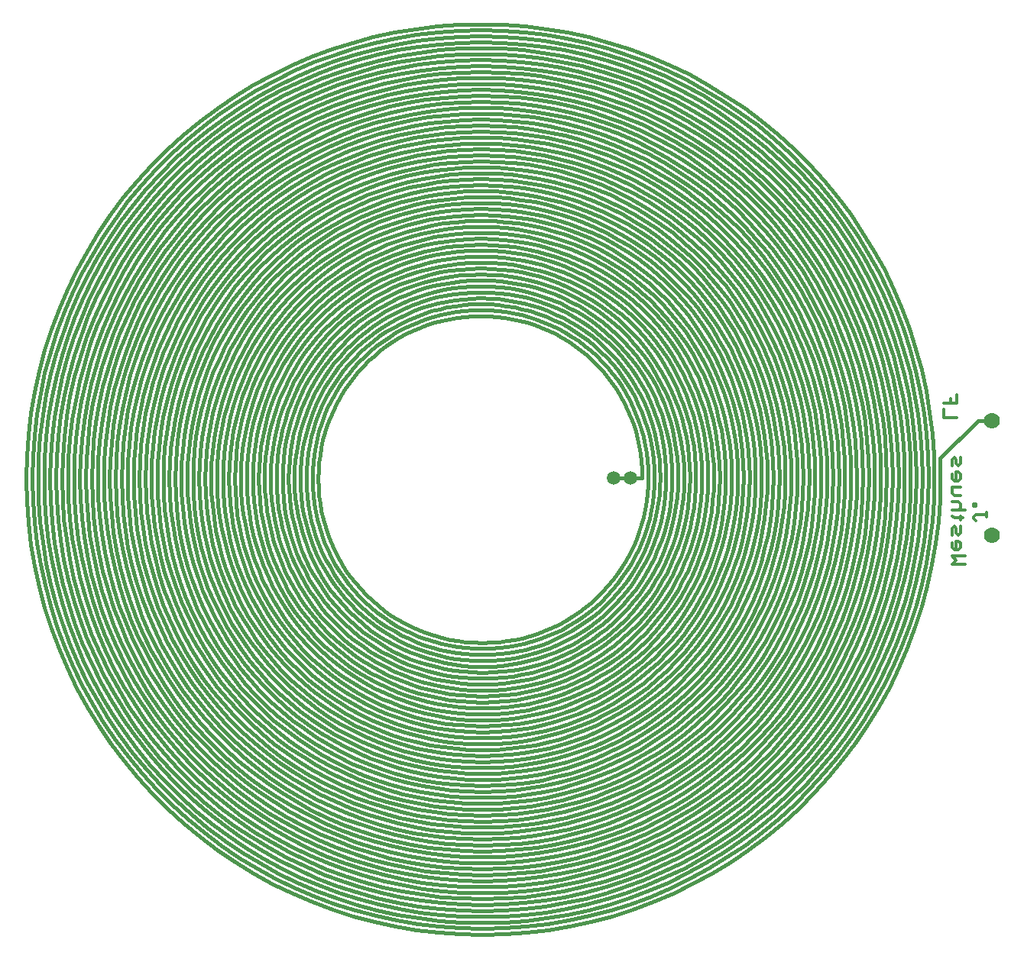
<source format=gbl>
G75*
G70*
%OFA0B0*%
%FSLAX24Y24*%
%IPPOS*%
%LPD*%
%AMOC8*
5,1,8,0,0,1.08239X$1,22.5*
%
%ADD10C,0.0140*%
%ADD11C,0.0700*%
%ADD12C,0.0591*%
%ADD13C,0.0150*%
D10*
X040781Y023231D02*
X040781Y023604D01*
X040781Y023875D02*
X041341Y023875D01*
X041341Y024249D01*
X041061Y024062D02*
X041061Y023875D01*
X041341Y023231D02*
X040781Y023231D01*
X041224Y021501D02*
X041318Y021408D01*
X041318Y021221D01*
X041411Y021128D01*
X041504Y021221D01*
X041504Y021501D01*
X041224Y021501D02*
X041131Y021408D01*
X041131Y021128D01*
X041318Y020857D02*
X041318Y020483D01*
X041411Y020483D02*
X041504Y020577D01*
X041504Y020763D01*
X041411Y020857D01*
X041318Y020857D01*
X041131Y020763D02*
X041131Y020577D01*
X041224Y020483D01*
X041411Y020483D01*
X041504Y020212D02*
X041131Y020212D01*
X041131Y019932D01*
X041224Y019839D01*
X041504Y019839D01*
X041411Y019568D02*
X041131Y019568D01*
X041411Y019568D02*
X041504Y019474D01*
X041504Y019288D01*
X041411Y019194D01*
X041504Y018951D02*
X041504Y018764D01*
X041598Y018858D02*
X041224Y018858D01*
X041131Y018951D01*
X041131Y019194D02*
X041691Y019194D01*
X042081Y019375D02*
X042081Y019469D01*
X042174Y019469D01*
X042174Y019375D01*
X042081Y019375D01*
X042174Y019011D02*
X042641Y019011D01*
X042641Y018918D02*
X042641Y019104D01*
X042174Y019011D02*
X042081Y018918D01*
X042081Y018824D01*
X042174Y018731D01*
X041504Y018494D02*
X041504Y018213D01*
X041411Y018120D01*
X041318Y018213D01*
X041318Y018400D01*
X041224Y018494D01*
X041131Y018400D01*
X041131Y018120D01*
X041318Y017849D02*
X041318Y017475D01*
X041411Y017475D02*
X041504Y017569D01*
X041504Y017756D01*
X041411Y017849D01*
X041318Y017849D01*
X041131Y017756D02*
X041131Y017569D01*
X041224Y017475D01*
X041411Y017475D01*
X041131Y017204D02*
X041691Y017204D01*
X041691Y016831D02*
X041131Y016831D01*
X041318Y017018D01*
X041131Y017204D01*
D11*
X042861Y018111D03*
X042861Y023111D03*
D12*
X027111Y020611D03*
X026361Y020611D03*
D13*
X020676Y000676D02*
X020611Y000676D01*
X020611Y000936D02*
X020676Y000936D01*
X020676Y001196D02*
X020611Y001196D01*
X020611Y001456D02*
X020676Y001456D01*
X020676Y001716D02*
X020611Y001716D01*
X020611Y001976D02*
X020676Y001976D01*
X020676Y002236D02*
X020611Y002236D01*
X020611Y002496D02*
X020676Y002496D01*
X020676Y002756D02*
X020611Y002756D01*
X020611Y003016D02*
X020676Y003016D01*
X020676Y003276D02*
X020611Y003276D01*
X020611Y003536D02*
X020676Y003536D01*
X020676Y003796D02*
X020611Y003796D01*
X020611Y004056D02*
X020676Y004056D01*
X020676Y004316D02*
X020611Y004316D01*
X020611Y004576D02*
X020676Y004576D01*
X020676Y004836D02*
X020611Y004836D01*
X020611Y005096D02*
X020676Y005096D01*
X020676Y005356D02*
X020611Y005356D01*
X020611Y005616D02*
X020676Y005616D01*
X020676Y005876D02*
X020611Y005876D01*
X020611Y006136D02*
X020676Y006136D01*
X020676Y006396D02*
X020611Y006396D01*
X020611Y006656D02*
X020676Y006656D01*
X020676Y006916D02*
X020611Y006916D01*
X020611Y007176D02*
X020676Y007176D01*
X020676Y007436D02*
X020611Y007436D01*
X020611Y007696D02*
X020676Y007696D01*
X020676Y007956D02*
X020611Y007956D01*
X020611Y008216D02*
X020676Y008216D01*
X020676Y008476D02*
X020611Y008476D01*
X020611Y008736D02*
X020676Y008736D01*
X020676Y008996D02*
X020611Y008996D01*
X020611Y009256D02*
X020676Y009256D01*
X020676Y009516D02*
X020611Y009516D01*
X020611Y009776D02*
X020676Y009776D01*
X020676Y010036D02*
X020611Y010036D01*
X020611Y010296D02*
X020676Y010296D01*
X020676Y010556D02*
X020611Y010556D01*
X020611Y010816D02*
X020676Y010816D01*
X020676Y011076D02*
X020611Y011076D01*
X020611Y011336D02*
X020676Y011336D01*
X020676Y011596D02*
X020611Y011596D01*
X020611Y011856D02*
X020676Y011856D01*
X020676Y012116D02*
X020611Y012116D01*
X020611Y012376D02*
X020676Y012376D01*
X020676Y012636D02*
X020611Y012636D01*
X020611Y012896D02*
X020676Y012896D01*
X020676Y013156D02*
X020611Y013156D01*
X020611Y013416D02*
X020676Y013416D01*
X020611Y003016D02*
X019777Y003036D01*
X018945Y003095D01*
X018116Y003194D01*
X017294Y003333D01*
X016478Y003510D01*
X015672Y003726D01*
X014878Y003980D01*
X014096Y004272D01*
X013329Y004600D01*
X012578Y004965D01*
X011846Y005365D01*
X011134Y005799D01*
X010443Y006266D01*
X009775Y006766D01*
X009131Y007298D01*
X008514Y007859D01*
X007924Y008449D01*
X007363Y009066D01*
X006831Y009710D01*
X006331Y010378D01*
X005864Y011069D01*
X005430Y011781D01*
X005030Y012513D01*
X004665Y013264D01*
X004337Y014031D01*
X004045Y014813D01*
X003791Y015607D01*
X003575Y016413D01*
X003398Y017229D01*
X003259Y018051D01*
X003160Y018880D01*
X003101Y019712D01*
X003081Y020546D01*
X003081Y020611D01*
X003341Y020611D02*
X003341Y020546D01*
X003601Y020546D02*
X003601Y020611D01*
X003861Y020611D02*
X003861Y020546D01*
X004121Y020546D02*
X004121Y020611D01*
X004381Y020611D02*
X004381Y020546D01*
X004641Y020546D02*
X004641Y020611D01*
X004901Y020611D02*
X004901Y020546D01*
X005161Y020546D02*
X005161Y020611D01*
X005421Y020611D02*
X005421Y020546D01*
X005681Y020546D02*
X005681Y020611D01*
X005941Y020611D02*
X005941Y020546D01*
X006201Y020546D02*
X006201Y020611D01*
X006461Y020611D02*
X006461Y020546D01*
X006721Y020546D02*
X006721Y020611D01*
X006981Y020611D02*
X006981Y020546D01*
X007241Y020546D02*
X007241Y020611D01*
X007501Y020611D02*
X007501Y020546D01*
X007761Y020546D02*
X007761Y020611D01*
X008021Y020611D02*
X008021Y020546D01*
X008281Y020546D02*
X008281Y020611D01*
X008541Y020611D02*
X008541Y020546D01*
X008801Y020546D02*
X008801Y020611D01*
X009061Y020611D02*
X009061Y020546D01*
X009321Y020546D02*
X009321Y020611D01*
X009581Y020611D02*
X009581Y020546D01*
X009841Y020546D02*
X009841Y020611D01*
X010101Y020611D02*
X010101Y020546D01*
X010361Y020546D02*
X010361Y020611D01*
X010621Y020611D02*
X010621Y020546D01*
X010881Y020546D02*
X010881Y020611D01*
X011141Y020611D02*
X011141Y020546D01*
X011401Y020546D02*
X011401Y020611D01*
X011661Y020611D02*
X011661Y020546D01*
X011921Y020546D02*
X011921Y020611D01*
X012181Y020611D02*
X012181Y020546D01*
X012441Y020546D02*
X012441Y020611D01*
X012701Y020611D02*
X012701Y020546D01*
X012961Y020546D02*
X012961Y020611D01*
X013221Y020611D02*
X013221Y020546D01*
X013481Y020546D02*
X013481Y020611D01*
X004121Y020611D02*
X004140Y021392D01*
X004195Y022172D01*
X004288Y022948D01*
X004418Y023719D01*
X004584Y024483D01*
X004786Y025238D01*
X005024Y025983D01*
X005298Y026715D01*
X005605Y027434D01*
X005947Y028137D01*
X006322Y028823D01*
X006728Y029491D01*
X007167Y030138D01*
X007635Y030764D01*
X008133Y031367D01*
X008659Y031946D01*
X009211Y032498D01*
X009790Y033024D01*
X010393Y033522D01*
X011019Y033990D01*
X011666Y034429D01*
X012334Y034836D01*
X013020Y035210D01*
X013723Y035552D01*
X014442Y035859D01*
X015174Y036133D01*
X015919Y036371D01*
X016674Y036573D01*
X017438Y036739D01*
X018209Y036869D01*
X018985Y036962D01*
X019765Y037017D01*
X020546Y037036D01*
X020611Y037036D01*
X020611Y037296D02*
X020546Y037296D01*
X020546Y037556D02*
X020611Y037556D01*
X020611Y037816D02*
X020546Y037816D01*
X020546Y038076D02*
X020611Y038076D01*
X020611Y038336D02*
X020546Y038336D01*
X020546Y038596D02*
X020611Y038596D01*
X020611Y038856D02*
X020546Y038856D01*
X020546Y039116D02*
X020611Y039116D01*
X020611Y039376D02*
X020546Y039376D01*
X020546Y039636D02*
X020611Y039636D01*
X020611Y039896D02*
X020546Y039896D01*
X020546Y040156D02*
X020611Y040156D01*
X020611Y040416D02*
X020546Y040416D01*
X020546Y036776D02*
X020611Y036776D01*
X020611Y036516D02*
X020546Y036516D01*
X020546Y036256D02*
X020611Y036256D01*
X020611Y035996D02*
X020546Y035996D01*
X020546Y035736D02*
X020611Y035736D01*
X020611Y035476D02*
X020546Y035476D01*
X020546Y035216D02*
X020611Y035216D01*
X020611Y034956D02*
X020546Y034956D01*
X020546Y034696D02*
X020611Y034696D01*
X020611Y034436D02*
X020546Y034436D01*
X020546Y034176D02*
X020611Y034176D01*
X020611Y033916D02*
X020546Y033916D01*
X020546Y033656D02*
X020611Y033656D01*
X020611Y033396D02*
X020546Y033396D01*
X020546Y033136D02*
X020611Y033136D01*
X020611Y032876D02*
X020546Y032876D01*
X020546Y032616D02*
X020611Y032616D01*
X020611Y032356D02*
X020546Y032356D01*
X020546Y032096D02*
X020611Y032096D01*
X020611Y031836D02*
X020546Y031836D01*
X020546Y031576D02*
X020611Y031576D01*
X020611Y031316D02*
X020546Y031316D01*
X020546Y031056D02*
X020611Y031056D01*
X020611Y030796D02*
X020546Y030796D01*
X020546Y030536D02*
X020611Y030536D01*
X020611Y030276D02*
X020546Y030276D01*
X020546Y030016D02*
X020611Y030016D01*
X020611Y029756D02*
X020546Y029756D01*
X020546Y029496D02*
X020611Y029496D01*
X020611Y029236D02*
X020546Y029236D01*
X020546Y028976D02*
X020611Y028976D01*
X020611Y028716D02*
X020546Y028716D01*
X020546Y028456D02*
X020611Y028456D01*
X020611Y028196D02*
X020546Y028196D01*
X020546Y027936D02*
X020611Y027936D01*
X020611Y027676D02*
X020546Y027676D01*
X020611Y040156D02*
X021538Y040134D01*
X022463Y040068D01*
X023383Y039958D01*
X024297Y039804D01*
X025203Y039607D01*
X026099Y039367D01*
X026982Y039085D01*
X027851Y038761D01*
X028703Y038396D01*
X029537Y037991D01*
X030351Y037546D01*
X031143Y037064D01*
X031910Y036544D01*
X032653Y035988D01*
X033368Y035398D01*
X034054Y034774D01*
X034709Y034119D01*
X035333Y033433D01*
X035923Y032718D01*
X036479Y031975D01*
X036999Y031208D01*
X037481Y030416D01*
X037926Y029602D01*
X038331Y028768D01*
X038696Y027916D01*
X039020Y027047D01*
X039302Y026164D01*
X039542Y025268D01*
X039739Y024362D01*
X039893Y023448D01*
X040003Y022527D01*
X040069Y021603D01*
X040091Y020676D01*
X040091Y020611D01*
X040351Y020611D02*
X040351Y020676D01*
X040611Y020611D02*
X040611Y021461D01*
X042261Y023111D01*
X042861Y023111D01*
X039831Y020676D02*
X039831Y020611D01*
X039571Y020611D02*
X039571Y020676D01*
X039311Y020676D02*
X039311Y020611D01*
X039051Y020611D02*
X039051Y020676D01*
X038791Y020676D02*
X038791Y020611D01*
X038531Y020611D02*
X038531Y020676D01*
X038271Y020676D02*
X038271Y020611D01*
X038011Y020611D02*
X038011Y020676D01*
X037751Y020676D02*
X037751Y020611D01*
X037491Y020611D02*
X037491Y020676D01*
X037231Y020676D02*
X037231Y020611D01*
X036971Y020611D02*
X036971Y020676D01*
X036711Y020676D02*
X036711Y020611D01*
X036451Y020611D02*
X036451Y020676D01*
X036191Y020676D02*
X036191Y020611D01*
X035931Y020611D02*
X035931Y020676D01*
X035671Y020676D02*
X035671Y020611D01*
X035411Y020611D02*
X035411Y020676D01*
X035151Y020676D02*
X035151Y020611D01*
X034891Y020611D02*
X034891Y020676D01*
X034631Y020676D02*
X034631Y020611D01*
X034371Y020611D02*
X034371Y020676D01*
X034111Y020676D02*
X034111Y020611D01*
X033851Y020611D02*
X033851Y020676D01*
X033591Y020676D02*
X033591Y020611D01*
X033331Y020611D02*
X033331Y020676D01*
X033071Y020676D02*
X033071Y020611D01*
X032811Y020611D02*
X032811Y020676D01*
X032551Y020676D02*
X032551Y020611D01*
X032291Y020611D02*
X032291Y020676D01*
X032031Y020676D02*
X032031Y020611D01*
X031771Y020611D02*
X031771Y020676D01*
X031511Y020676D02*
X031511Y020611D01*
X031251Y020611D02*
X031251Y020676D01*
X030991Y020676D02*
X030991Y020611D01*
X030731Y020611D02*
X030731Y020676D01*
X030471Y020676D02*
X030471Y020611D01*
X030211Y020611D02*
X030211Y020676D01*
X029951Y020676D02*
X029951Y020611D01*
X029691Y020611D02*
X029691Y020676D01*
X029431Y020676D02*
X029431Y020611D01*
X029171Y020611D02*
X029171Y020676D01*
X028911Y020676D02*
X028911Y020611D01*
X028651Y020611D02*
X028651Y020676D01*
X028391Y020676D02*
X028391Y020611D01*
X028131Y020611D02*
X028131Y020676D01*
X027871Y020676D02*
X027871Y020611D01*
X027611Y020611D02*
X027611Y020676D01*
X027611Y020611D02*
X026611Y020611D01*
X026361Y020611D01*
X026611Y020611D02*
X026611Y020611D01*
X035671Y020611D02*
X035654Y019898D01*
X035603Y019186D01*
X035518Y018477D01*
X035400Y017773D01*
X035248Y017076D01*
X035064Y016386D01*
X034846Y015707D01*
X034597Y015038D01*
X034316Y014382D01*
X034004Y013740D01*
X033662Y013114D01*
X033291Y012504D01*
X032891Y011913D01*
X032463Y011342D01*
X032008Y010791D01*
X031528Y010263D01*
X031024Y009759D01*
X030496Y009278D01*
X029945Y008824D01*
X029374Y008396D01*
X028783Y007996D01*
X028173Y007625D01*
X027547Y007283D01*
X026905Y006971D01*
X026249Y006690D01*
X025580Y006441D01*
X024900Y006223D01*
X024211Y006039D01*
X023514Y005887D01*
X022810Y005769D01*
X022101Y005684D01*
X021389Y005633D01*
X020676Y005616D01*
X020611Y006136D02*
X019926Y006152D01*
X019241Y006201D01*
X018560Y006283D01*
X017884Y006396D01*
X017214Y006542D01*
X016551Y006720D01*
X015898Y006928D01*
X015255Y007168D01*
X014625Y007438D01*
X014008Y007738D01*
X013406Y008067D01*
X012820Y008424D01*
X012252Y008808D01*
X011703Y009219D01*
X011174Y009656D01*
X010667Y010117D01*
X010182Y010602D01*
X009721Y011109D01*
X009284Y011638D01*
X008873Y012187D01*
X008489Y012755D01*
X008132Y013341D01*
X007803Y013943D01*
X007503Y014560D01*
X007233Y015190D01*
X006993Y015833D01*
X006785Y016486D01*
X006607Y017149D01*
X006461Y017819D01*
X006348Y018495D01*
X006266Y019176D01*
X006217Y019861D01*
X006201Y020546D01*
X002821Y020546D02*
X002821Y020611D01*
X002561Y020611D02*
X002561Y020546D01*
X002301Y020546D02*
X002301Y020611D01*
X002041Y020611D02*
X002041Y020546D01*
X001781Y020546D02*
X001781Y020611D01*
X001521Y020611D02*
X001521Y020546D01*
X001261Y020546D02*
X001261Y020611D01*
X001001Y020611D02*
X001001Y020546D01*
X000741Y020546D02*
X000741Y020611D01*
X008021Y020611D02*
X008035Y021207D01*
X008078Y021801D01*
X008148Y022393D01*
X008247Y022981D01*
X008374Y023564D01*
X008528Y024140D01*
X008710Y024707D01*
X008918Y025266D01*
X009153Y025814D01*
X009413Y026350D01*
X009699Y026873D01*
X010009Y027383D01*
X010343Y027876D01*
X010701Y028353D01*
X011080Y028813D01*
X011481Y029254D01*
X011903Y029676D01*
X012344Y030077D01*
X012804Y030456D01*
X013281Y030814D01*
X013775Y031148D01*
X014284Y031458D01*
X014807Y031744D01*
X015343Y032004D01*
X015891Y032239D01*
X016450Y032447D01*
X017017Y032629D01*
X017593Y032783D01*
X018176Y032910D01*
X018764Y033009D01*
X019356Y033079D01*
X019950Y033122D01*
X020546Y033136D01*
X020611Y028456D02*
X020981Y028447D01*
X021350Y028421D01*
X021718Y028377D01*
X022083Y028315D01*
X022445Y028237D01*
X022803Y028141D01*
X023155Y028028D01*
X023502Y027899D01*
X023843Y027753D01*
X024176Y027591D01*
X024501Y027414D01*
X024817Y027221D01*
X025124Y027013D01*
X025420Y026791D01*
X025706Y026556D01*
X025980Y026307D01*
X026242Y026045D01*
X026491Y025771D01*
X026727Y025485D01*
X026948Y025189D01*
X027156Y024882D01*
X027349Y024566D01*
X027526Y024241D01*
X027688Y023908D01*
X027834Y023567D01*
X027963Y023220D01*
X028076Y022868D01*
X028172Y022510D01*
X028250Y022148D01*
X028312Y021783D01*
X028356Y021415D01*
X028382Y021046D01*
X028391Y020676D01*
X039571Y020611D02*
X039550Y019712D01*
X039485Y018815D01*
X039379Y017922D01*
X039230Y017035D01*
X039038Y016156D01*
X038806Y015288D01*
X038532Y014431D01*
X038218Y013588D01*
X037864Y012762D01*
X037471Y011953D01*
X037040Y011164D01*
X036571Y010396D01*
X036067Y009651D01*
X035528Y008931D01*
X034956Y008237D01*
X034351Y007572D01*
X033715Y006936D01*
X033050Y006331D01*
X032356Y005758D01*
X031636Y005220D01*
X030891Y004715D01*
X030123Y004247D01*
X029334Y003816D01*
X028525Y003423D01*
X027698Y003069D01*
X026856Y002755D01*
X025999Y002481D01*
X025131Y002249D01*
X024252Y002057D01*
X023365Y001908D01*
X022472Y001802D01*
X021575Y001737D01*
X020676Y001716D01*
X020611Y006916D02*
X019963Y006931D01*
X019316Y006978D01*
X018671Y007055D01*
X018032Y007162D01*
X017398Y007300D01*
X016771Y007468D01*
X016153Y007666D01*
X015545Y007892D01*
X014949Y008148D01*
X014365Y008431D01*
X013796Y008742D01*
X013242Y009080D01*
X012705Y009443D01*
X012186Y009832D01*
X011685Y010245D01*
X011205Y010682D01*
X010746Y011140D01*
X010310Y011620D01*
X009897Y012121D01*
X009508Y012640D01*
X009145Y013177D01*
X008807Y013731D01*
X008496Y014300D01*
X008213Y014884D01*
X007957Y015480D01*
X007731Y016088D01*
X007533Y016706D01*
X007365Y017333D01*
X007227Y017967D01*
X007120Y018606D01*
X007043Y019251D01*
X006996Y019898D01*
X006981Y020546D01*
X001781Y020611D02*
X001802Y021504D01*
X001866Y022395D01*
X001972Y023281D01*
X002120Y024162D01*
X002310Y025035D01*
X002541Y025898D01*
X002813Y026748D01*
X003125Y027585D01*
X003477Y028406D01*
X003867Y029210D01*
X004295Y029993D01*
X004760Y030756D01*
X005260Y031496D01*
X005796Y032211D01*
X006364Y032899D01*
X006965Y033560D01*
X007597Y034192D01*
X008258Y034793D01*
X008946Y035361D01*
X009661Y035897D01*
X010401Y036397D01*
X011164Y036862D01*
X011947Y037290D01*
X012751Y037680D01*
X013572Y038032D01*
X014409Y038344D01*
X015259Y038616D01*
X016122Y038847D01*
X016995Y039037D01*
X017876Y039185D01*
X018762Y039291D01*
X019653Y039355D01*
X020546Y039376D01*
X020611Y037816D02*
X021426Y037797D01*
X022240Y037738D01*
X023050Y037642D01*
X023855Y037506D01*
X024652Y037333D01*
X025440Y037122D01*
X026217Y036873D01*
X026981Y036588D01*
X027731Y036267D01*
X028465Y035911D01*
X029181Y035520D01*
X029878Y035095D01*
X030553Y034638D01*
X031206Y034149D01*
X031835Y033630D01*
X032439Y033081D01*
X033016Y032504D01*
X033565Y031900D01*
X034084Y031271D01*
X034573Y030618D01*
X035030Y029943D01*
X035455Y029246D01*
X035846Y028530D01*
X036202Y027796D01*
X036523Y027046D01*
X036808Y026282D01*
X037057Y025505D01*
X037268Y024717D01*
X037441Y023920D01*
X037577Y023115D01*
X037673Y022305D01*
X037732Y021491D01*
X037751Y020676D01*
X038791Y020611D02*
X038770Y019749D01*
X038709Y018889D01*
X038607Y018033D01*
X038464Y017183D01*
X038280Y016340D01*
X038057Y015507D01*
X037795Y014686D01*
X037493Y013878D01*
X037154Y013086D01*
X036777Y012310D01*
X036364Y011554D01*
X035915Y010817D01*
X035432Y010103D01*
X034915Y009413D01*
X034366Y008748D01*
X033786Y008110D01*
X033177Y007501D01*
X032539Y006921D01*
X031874Y006372D01*
X031184Y005855D01*
X030470Y005372D01*
X029733Y004923D01*
X028977Y004510D01*
X028201Y004133D01*
X027409Y003794D01*
X026601Y003492D01*
X025780Y003230D01*
X024947Y003007D01*
X024104Y002823D01*
X023254Y002680D01*
X022398Y002578D01*
X021538Y002517D01*
X020676Y002496D01*
X020611Y004056D02*
X019826Y004075D01*
X019044Y004131D01*
X018264Y004224D01*
X017490Y004354D01*
X016723Y004521D01*
X015965Y004724D01*
X015218Y004963D01*
X014482Y005237D01*
X013761Y005546D01*
X013055Y005889D01*
X012366Y006265D01*
X011696Y006674D01*
X011046Y007114D01*
X010418Y007584D01*
X009812Y008084D01*
X009232Y008612D01*
X008677Y009167D01*
X008149Y009747D01*
X007649Y010353D01*
X007179Y010981D01*
X006739Y011631D01*
X006330Y012301D01*
X005954Y012990D01*
X005611Y013696D01*
X005302Y014417D01*
X005028Y015153D01*
X004789Y015900D01*
X004586Y016658D01*
X004419Y017425D01*
X004289Y018199D01*
X004196Y018979D01*
X004140Y019762D01*
X004121Y020546D01*
X002561Y020611D02*
X002581Y021467D01*
X002642Y022320D01*
X002744Y023170D01*
X002886Y024015D01*
X003068Y024851D01*
X003290Y025678D01*
X003550Y026493D01*
X003849Y027295D01*
X004186Y028082D01*
X004560Y028852D01*
X004971Y029603D01*
X005416Y030334D01*
X005896Y031043D01*
X006409Y031729D01*
X006954Y032389D01*
X007530Y033022D01*
X008135Y033627D01*
X008768Y034203D01*
X009428Y034748D01*
X010114Y035261D01*
X010823Y035741D01*
X011554Y036187D01*
X012305Y036597D01*
X013075Y036971D01*
X013862Y037308D01*
X014664Y037607D01*
X015479Y037868D01*
X016306Y038089D01*
X017142Y038271D01*
X017987Y038413D01*
X018837Y038515D01*
X019690Y038576D01*
X020546Y038596D01*
X020611Y037296D02*
X021402Y037277D01*
X022191Y037221D01*
X022976Y037127D01*
X023756Y036996D01*
X024529Y036828D01*
X025293Y036623D01*
X026047Y036382D01*
X026788Y036106D01*
X027515Y035794D01*
X028227Y035448D01*
X028921Y035069D01*
X029596Y034658D01*
X030252Y034214D01*
X030885Y033740D01*
X031495Y033237D01*
X032080Y032704D01*
X032639Y032145D01*
X033172Y031560D01*
X033675Y030950D01*
X034149Y030317D01*
X034593Y029661D01*
X035004Y028986D01*
X035383Y028292D01*
X035729Y027580D01*
X036041Y026853D01*
X036317Y026112D01*
X036558Y025358D01*
X036763Y024594D01*
X036931Y023821D01*
X037062Y023041D01*
X037156Y022256D01*
X037212Y021467D01*
X037231Y020676D01*
X033851Y020611D02*
X033836Y019984D01*
X033791Y019359D01*
X033717Y018736D01*
X033613Y018118D01*
X033480Y017505D01*
X033317Y016899D01*
X033126Y016302D01*
X032907Y015714D01*
X032660Y015138D01*
X032386Y014574D01*
X032086Y014024D01*
X031760Y013488D01*
X031408Y012969D01*
X031032Y012467D01*
X030633Y011983D01*
X030211Y011519D01*
X029768Y011076D01*
X029304Y010654D01*
X028820Y010255D01*
X028318Y009879D01*
X027799Y009527D01*
X027263Y009201D01*
X026713Y008901D01*
X026149Y008627D01*
X025573Y008380D01*
X024985Y008161D01*
X024388Y007970D01*
X023782Y007807D01*
X023169Y007674D01*
X022551Y007570D01*
X021928Y007496D01*
X021303Y007451D01*
X020676Y007436D01*
X020611Y008996D02*
X020062Y009009D01*
X019513Y009048D01*
X018967Y009114D01*
X018425Y009205D01*
X017888Y009322D01*
X017357Y009464D01*
X016833Y009631D01*
X016318Y009823D01*
X015813Y010040D01*
X015319Y010280D01*
X014836Y010543D01*
X014367Y010829D01*
X013911Y011138D01*
X013471Y011467D01*
X013047Y011817D01*
X012641Y012187D01*
X012252Y012576D01*
X011882Y012982D01*
X011532Y013406D01*
X011203Y013846D01*
X010894Y014302D01*
X010608Y014771D01*
X010345Y015254D01*
X010105Y015748D01*
X009888Y016253D01*
X009696Y016768D01*
X009529Y017292D01*
X009387Y017823D01*
X009270Y018360D01*
X009179Y018902D01*
X009113Y019448D01*
X009074Y019997D01*
X009061Y020546D01*
X003601Y020611D02*
X003620Y021417D01*
X003678Y022222D01*
X003773Y023022D01*
X003907Y023818D01*
X004079Y024606D01*
X004287Y025385D01*
X004533Y026153D01*
X004815Y026909D01*
X005132Y027650D01*
X005485Y028376D01*
X005871Y029083D01*
X006291Y029772D01*
X006743Y030440D01*
X007226Y031086D01*
X007740Y031708D01*
X008282Y032304D01*
X008853Y032875D01*
X009449Y033417D01*
X010071Y033931D01*
X010717Y034414D01*
X011385Y034866D01*
X012074Y035286D01*
X012781Y035672D01*
X013507Y036025D01*
X014248Y036342D01*
X015004Y036624D01*
X015772Y036870D01*
X016551Y037078D01*
X017339Y037250D01*
X018135Y037384D01*
X018935Y037479D01*
X019740Y037537D01*
X020546Y037556D01*
X020611Y036776D02*
X021377Y036758D01*
X022141Y036703D01*
X022902Y036612D01*
X023658Y036485D01*
X024407Y036322D01*
X025147Y036124D01*
X025877Y035891D01*
X026595Y035623D01*
X027299Y035321D01*
X027988Y034986D01*
X028661Y034619D01*
X029315Y034220D01*
X029950Y033791D01*
X030563Y033331D01*
X031154Y032844D01*
X031721Y032328D01*
X032263Y031786D01*
X032779Y031219D01*
X033266Y030628D01*
X033726Y030015D01*
X034155Y029380D01*
X034554Y028726D01*
X034921Y028053D01*
X035256Y027364D01*
X035558Y026660D01*
X035826Y025942D01*
X036059Y025212D01*
X036257Y024472D01*
X036420Y023723D01*
X036547Y022967D01*
X036638Y022206D01*
X036693Y021442D01*
X036711Y020676D01*
X031511Y020611D02*
X031499Y020096D01*
X031462Y019581D01*
X031401Y019069D01*
X031315Y018561D01*
X031206Y018057D01*
X031072Y017558D01*
X030915Y017067D01*
X030735Y016584D01*
X030532Y016110D01*
X030307Y015646D01*
X030059Y015194D01*
X029791Y014753D01*
X029502Y014326D01*
X029193Y013913D01*
X028865Y013516D01*
X028518Y013134D01*
X028153Y012769D01*
X027771Y012422D01*
X027374Y012094D01*
X026961Y011785D01*
X026534Y011496D01*
X026093Y011228D01*
X025641Y010980D01*
X025177Y010755D01*
X024703Y010552D01*
X024220Y010372D01*
X023728Y010215D01*
X023230Y010081D01*
X022726Y009972D01*
X022218Y009886D01*
X021706Y009825D01*
X021191Y009788D01*
X020676Y009776D01*
X020611Y010816D02*
X020148Y010827D01*
X019686Y010860D01*
X019226Y010915D01*
X018770Y010992D01*
X018317Y011090D01*
X017870Y011210D01*
X017429Y011351D01*
X016995Y011513D01*
X016569Y011695D01*
X016153Y011898D01*
X015746Y012120D01*
X015351Y012361D01*
X014967Y012620D01*
X014596Y012898D01*
X014239Y013193D01*
X013897Y013504D01*
X013569Y013832D01*
X013258Y014174D01*
X012963Y014531D01*
X012685Y014902D01*
X012426Y015286D01*
X012185Y015681D01*
X011963Y016088D01*
X011760Y016504D01*
X011578Y016930D01*
X011416Y017364D01*
X011275Y017805D01*
X011155Y018252D01*
X011057Y018705D01*
X010980Y019161D01*
X010925Y019621D01*
X010892Y020083D01*
X010881Y020546D01*
X007241Y020611D02*
X007256Y021244D01*
X007301Y021876D01*
X007376Y022504D01*
X007481Y023129D01*
X007616Y023748D01*
X007780Y024359D01*
X007973Y024963D01*
X008194Y025556D01*
X008443Y026138D01*
X008720Y026708D01*
X009024Y027263D01*
X009353Y027804D01*
X009708Y028329D01*
X010088Y028836D01*
X010491Y029324D01*
X010917Y029793D01*
X011365Y030240D01*
X011833Y030666D01*
X012321Y031069D01*
X012828Y031449D01*
X013353Y031804D01*
X013894Y032134D01*
X014449Y032437D01*
X015019Y032714D01*
X015601Y032963D01*
X016194Y033184D01*
X016798Y033377D01*
X017409Y033541D01*
X018028Y033676D01*
X018653Y033781D01*
X019281Y033856D01*
X019913Y033901D01*
X020546Y033916D01*
X020611Y030536D02*
X021080Y030525D01*
X021548Y030491D01*
X022014Y030436D01*
X022477Y030358D01*
X022935Y030258D01*
X023389Y030137D01*
X023836Y029994D01*
X024275Y029830D01*
X024707Y029645D01*
X025129Y029440D01*
X025541Y029215D01*
X025942Y028971D01*
X026330Y028708D01*
X026706Y028427D01*
X027068Y028128D01*
X027415Y027812D01*
X027747Y027480D01*
X028063Y027133D01*
X028361Y026771D01*
X028643Y026395D01*
X028906Y026007D01*
X029150Y025606D01*
X029375Y025194D01*
X029580Y024772D01*
X029765Y024341D01*
X029929Y023901D01*
X030072Y023454D01*
X030193Y023000D01*
X030293Y022542D01*
X030371Y022079D01*
X030426Y021613D01*
X030460Y021145D01*
X030471Y020676D01*
X030991Y020611D02*
X030979Y020120D01*
X030944Y019631D01*
X030886Y019143D01*
X030805Y018659D01*
X030700Y018179D01*
X030573Y017705D01*
X030424Y017237D01*
X030252Y016777D01*
X030059Y016326D01*
X029844Y015884D01*
X029609Y015454D01*
X029354Y015034D01*
X029078Y014628D01*
X028784Y014235D01*
X028472Y013856D01*
X028141Y013493D01*
X027794Y013146D01*
X027431Y012815D01*
X027052Y012503D01*
X026659Y012209D01*
X026253Y011933D01*
X025833Y011678D01*
X025403Y011443D01*
X024961Y011228D01*
X024510Y011035D01*
X024050Y010863D01*
X023582Y010714D01*
X023108Y010587D01*
X022628Y010482D01*
X022144Y010401D01*
X021656Y010343D01*
X021167Y010308D01*
X020676Y010296D01*
X020611Y007956D02*
X020012Y007970D01*
X019414Y008013D01*
X018819Y008084D01*
X018228Y008184D01*
X017643Y008311D01*
X017064Y008466D01*
X016493Y008648D01*
X015932Y008858D01*
X015381Y009094D01*
X014842Y009356D01*
X014316Y009643D01*
X013804Y009955D01*
X013308Y010290D01*
X012828Y010650D01*
X012366Y011031D01*
X011923Y011434D01*
X011499Y011858D01*
X011096Y012301D01*
X010715Y012763D01*
X010355Y013243D01*
X010020Y013739D01*
X009708Y014251D01*
X009421Y014777D01*
X009159Y015316D01*
X008923Y015867D01*
X008713Y016428D01*
X008531Y016999D01*
X008376Y017578D01*
X008248Y018163D01*
X008149Y018754D01*
X008078Y019349D01*
X008035Y019947D01*
X008021Y020546D01*
X009581Y020611D02*
X009593Y021133D01*
X009631Y021653D01*
X009693Y022171D01*
X009779Y022686D01*
X009890Y023196D01*
X010025Y023700D01*
X010184Y024197D01*
X010366Y024686D01*
X010572Y025166D01*
X010800Y025635D01*
X011050Y026093D01*
X011322Y026539D01*
X011614Y026971D01*
X011927Y027389D01*
X012259Y027792D01*
X012610Y028178D01*
X012979Y028547D01*
X013365Y028898D01*
X013768Y029230D01*
X014186Y029543D01*
X014618Y029835D01*
X015064Y030107D01*
X015522Y030357D01*
X015991Y030585D01*
X016471Y030791D01*
X016960Y030973D01*
X017457Y031132D01*
X017961Y031267D01*
X018471Y031378D01*
X018986Y031464D01*
X019504Y031526D01*
X020024Y031564D01*
X020546Y031576D01*
X020611Y037556D02*
X021414Y037537D01*
X022215Y037480D01*
X023013Y037384D01*
X023805Y037251D01*
X024590Y037080D01*
X025366Y036872D01*
X026132Y036628D01*
X026885Y036347D01*
X027623Y036031D01*
X028346Y035680D01*
X029051Y035295D01*
X029737Y034876D01*
X030402Y034426D01*
X031045Y033945D01*
X031665Y033433D01*
X032260Y032893D01*
X032828Y032325D01*
X033368Y031730D01*
X033880Y031111D01*
X034361Y030467D01*
X034811Y029802D01*
X035230Y029116D01*
X035615Y028411D01*
X035966Y027688D01*
X036282Y026950D01*
X036563Y026197D01*
X036807Y025432D01*
X037015Y024655D01*
X037186Y023870D01*
X037319Y023078D01*
X037415Y022280D01*
X037472Y021479D01*
X037491Y020676D01*
X029951Y020611D02*
X029940Y020170D01*
X029909Y019729D01*
X029857Y019291D01*
X029783Y018856D01*
X029690Y018424D01*
X029575Y017998D01*
X029441Y017577D01*
X029287Y017164D01*
X029113Y016758D01*
X028920Y016361D01*
X028708Y015974D01*
X028479Y015597D01*
X028231Y015231D01*
X027967Y014878D01*
X027686Y014537D01*
X027389Y014210D01*
X027076Y013898D01*
X026750Y013601D01*
X026409Y013320D01*
X026056Y013056D01*
X025690Y012808D01*
X025313Y012579D01*
X024926Y012367D01*
X024529Y012174D01*
X024123Y012000D01*
X023709Y011846D01*
X023289Y011712D01*
X022863Y011597D01*
X022431Y011504D01*
X021996Y011430D01*
X021558Y011378D01*
X021117Y011346D01*
X020676Y011336D01*
X020611Y009776D02*
X020099Y009788D01*
X019587Y009825D01*
X019078Y009886D01*
X018573Y009971D01*
X018072Y010080D01*
X017577Y010212D01*
X017089Y010368D01*
X016608Y010547D01*
X016137Y010749D01*
X015676Y010973D01*
X015226Y011219D01*
X014788Y011486D01*
X014364Y011773D01*
X013953Y012080D01*
X013558Y012407D01*
X013179Y012751D01*
X012816Y013114D01*
X012472Y013493D01*
X012145Y013888D01*
X011838Y014299D01*
X011551Y014723D01*
X011284Y015161D01*
X011038Y015611D01*
X010814Y016072D01*
X010612Y016543D01*
X010433Y017024D01*
X010277Y017512D01*
X010145Y018007D01*
X010036Y018508D01*
X009951Y019013D01*
X009890Y019522D01*
X009853Y020034D01*
X009841Y020546D01*
X011661Y020611D02*
X011671Y021034D01*
X011701Y021455D01*
X011751Y021875D01*
X011822Y022292D01*
X011911Y022706D01*
X012021Y023114D01*
X012150Y023517D01*
X012297Y023913D01*
X012464Y024302D01*
X012649Y024682D01*
X012851Y025053D01*
X013071Y025415D01*
X013308Y025765D01*
X013562Y026103D01*
X013831Y026429D01*
X014116Y026742D01*
X014415Y027041D01*
X014728Y027326D01*
X015054Y027595D01*
X015392Y027849D01*
X015742Y028086D01*
X016104Y028306D01*
X016475Y028508D01*
X016855Y028693D01*
X017244Y028860D01*
X017640Y029007D01*
X018043Y029136D01*
X018451Y029246D01*
X018865Y029335D01*
X019282Y029406D01*
X019702Y029456D01*
X020123Y029486D01*
X020546Y029496D01*
X020611Y034176D02*
X021253Y034161D01*
X021894Y034115D01*
X022532Y034039D01*
X023166Y033932D01*
X023794Y033795D01*
X024414Y033629D01*
X025026Y033434D01*
X025628Y033209D01*
X026219Y032956D01*
X026797Y032675D01*
X027361Y032367D01*
X027910Y032033D01*
X028442Y031673D01*
X028956Y031288D01*
X029452Y030879D01*
X029927Y030446D01*
X030381Y029992D01*
X030814Y029517D01*
X031223Y029021D01*
X031608Y028507D01*
X031968Y027975D01*
X032302Y027426D01*
X032610Y026862D01*
X032891Y026284D01*
X033144Y025693D01*
X033369Y025091D01*
X033564Y024479D01*
X033730Y023859D01*
X033867Y023231D01*
X033974Y022597D01*
X034050Y021959D01*
X034096Y021318D01*
X034111Y020676D01*
X028651Y020611D02*
X028642Y020232D01*
X028615Y019853D01*
X028570Y019476D01*
X028507Y019102D01*
X028426Y018731D01*
X028328Y018364D01*
X028212Y018003D01*
X028080Y017647D01*
X027930Y017298D01*
X027764Y016957D01*
X027583Y016624D01*
X027385Y016299D01*
X027172Y015985D01*
X026945Y015681D01*
X026703Y015388D01*
X026448Y015108D01*
X026179Y014839D01*
X025898Y014584D01*
X025606Y014342D01*
X025302Y014115D01*
X024988Y013902D01*
X024663Y013704D01*
X024330Y013523D01*
X023989Y013357D01*
X023640Y013207D01*
X023284Y013075D01*
X022923Y012959D01*
X022556Y012861D01*
X022185Y012780D01*
X021811Y012717D01*
X021434Y012672D01*
X021055Y012645D01*
X020676Y012636D01*
X020611Y011336D02*
X020173Y011346D01*
X019736Y011378D01*
X019300Y011430D01*
X018868Y011502D01*
X018440Y011596D01*
X018016Y011709D01*
X017599Y011843D01*
X017188Y011996D01*
X016785Y012168D01*
X016391Y012360D01*
X016006Y012570D01*
X015632Y012798D01*
X015269Y013044D01*
X014918Y013306D01*
X014580Y013586D01*
X014255Y013880D01*
X013945Y014190D01*
X013651Y014515D01*
X013371Y014853D01*
X013109Y015204D01*
X012863Y015567D01*
X012635Y015941D01*
X012425Y016326D01*
X012233Y016720D01*
X012061Y017123D01*
X011908Y017534D01*
X011774Y017951D01*
X011661Y018375D01*
X011567Y018803D01*
X011495Y019235D01*
X011443Y019671D01*
X011411Y020108D01*
X011401Y020546D01*
X013481Y020611D02*
X013489Y020947D01*
X013513Y021282D01*
X013553Y021616D01*
X013609Y021948D01*
X013680Y022277D01*
X013767Y022601D01*
X013870Y022922D01*
X013987Y023237D01*
X014119Y023546D01*
X014266Y023848D01*
X014428Y024143D01*
X014603Y024431D01*
X014791Y024709D01*
X014993Y024978D01*
X015207Y025238D01*
X015433Y025486D01*
X015671Y025724D01*
X015919Y025950D01*
X016179Y026165D01*
X016448Y026366D01*
X016726Y026555D01*
X017014Y026730D01*
X017309Y026891D01*
X017611Y027038D01*
X017920Y027170D01*
X018235Y027287D01*
X018556Y027390D01*
X018881Y027477D01*
X019209Y027548D01*
X019541Y027604D01*
X019875Y027644D01*
X020210Y027668D01*
X020546Y027676D01*
X020611Y033136D02*
X021204Y033122D01*
X021795Y033080D01*
X022384Y033009D01*
X022969Y032911D01*
X023548Y032785D01*
X024121Y032631D01*
X024686Y032451D01*
X025242Y032243D01*
X025787Y032010D01*
X026320Y031751D01*
X026841Y031467D01*
X027347Y031158D01*
X027839Y030826D01*
X028313Y030470D01*
X028771Y030093D01*
X029209Y029694D01*
X029629Y029274D01*
X030028Y028836D01*
X030405Y028378D01*
X030761Y027903D01*
X031093Y027412D01*
X031402Y026906D01*
X031686Y026385D01*
X031945Y025852D01*
X032179Y025307D01*
X032386Y024751D01*
X032566Y024186D01*
X032720Y023613D01*
X032846Y023034D01*
X032944Y022449D01*
X033015Y021860D01*
X033057Y021269D01*
X033071Y020676D01*
X038531Y020611D02*
X038511Y019761D01*
X038450Y018914D01*
X038349Y018070D01*
X038208Y017232D01*
X038028Y016402D01*
X037808Y015581D01*
X037549Y014771D01*
X037252Y013975D01*
X036917Y013194D01*
X036546Y012429D01*
X036139Y011683D01*
X035697Y010958D01*
X035220Y010254D01*
X034711Y009574D01*
X034170Y008918D01*
X033598Y008290D01*
X032997Y007689D01*
X032369Y007117D01*
X031713Y006576D01*
X031033Y006067D01*
X030329Y005590D01*
X029603Y005148D01*
X028858Y004741D01*
X028093Y004369D01*
X027312Y004035D01*
X026516Y003738D01*
X025706Y003479D01*
X024885Y003259D01*
X024055Y003079D01*
X023217Y002938D01*
X022373Y002837D01*
X021525Y002776D01*
X020676Y002756D01*
X020611Y011596D02*
X020185Y011606D01*
X019760Y011637D01*
X019337Y011687D01*
X018917Y011758D01*
X018501Y011848D01*
X018090Y011959D01*
X017684Y012088D01*
X017285Y012237D01*
X016893Y012405D01*
X016510Y012591D01*
X016136Y012795D01*
X015772Y013017D01*
X015420Y013256D01*
X015078Y013511D01*
X014750Y013782D01*
X014435Y014069D01*
X014134Y014370D01*
X013847Y014685D01*
X013576Y015014D01*
X013321Y015355D01*
X013082Y015707D01*
X012860Y016071D01*
X012656Y016445D01*
X012470Y016828D01*
X012302Y017220D01*
X012153Y017619D01*
X012024Y018025D01*
X011913Y018436D01*
X011823Y018852D01*
X011752Y019272D01*
X011702Y019695D01*
X011671Y020120D01*
X011661Y020546D01*
X001521Y020611D02*
X001543Y021516D01*
X001607Y022419D01*
X001715Y023318D01*
X001865Y024211D01*
X002057Y025096D01*
X002292Y025971D01*
X002567Y026833D01*
X002884Y027682D01*
X003240Y028514D01*
X003636Y029329D01*
X004070Y030124D01*
X004541Y030897D01*
X005049Y031647D01*
X005591Y032371D01*
X006168Y033070D01*
X006777Y033740D01*
X007417Y034380D01*
X008087Y034989D01*
X008786Y035566D01*
X009510Y036108D01*
X010260Y036616D01*
X011034Y037087D01*
X011828Y037521D01*
X012643Y037917D01*
X013475Y038273D01*
X014324Y038590D01*
X015186Y038865D01*
X016061Y039100D01*
X016946Y039292D01*
X017839Y039442D01*
X018738Y039550D01*
X019641Y039614D01*
X020546Y039636D01*
X020611Y032096D02*
X021154Y032083D01*
X021696Y032044D01*
X022236Y031980D01*
X022772Y031890D01*
X023303Y031774D01*
X023828Y031633D01*
X024346Y031468D01*
X024855Y031278D01*
X025355Y031064D01*
X025844Y030827D01*
X026321Y030566D01*
X026785Y030283D01*
X027235Y029978D01*
X027670Y029653D01*
X028090Y029307D01*
X028492Y028941D01*
X028876Y028557D01*
X029242Y028154D01*
X029588Y027735D01*
X029913Y027300D01*
X030218Y026850D01*
X030501Y026386D01*
X030762Y025909D01*
X030999Y025420D01*
X031213Y024920D01*
X031403Y024411D01*
X031568Y023893D01*
X031709Y023368D01*
X031825Y022837D01*
X031915Y022301D01*
X031979Y021761D01*
X032018Y021219D01*
X032031Y020676D01*
X037231Y020611D02*
X037212Y019823D01*
X037156Y019037D01*
X037062Y018255D01*
X036932Y017478D01*
X036764Y016708D01*
X036560Y015947D01*
X036320Y015196D01*
X036045Y014458D01*
X035735Y013734D01*
X035391Y013025D01*
X035013Y012333D01*
X034603Y011661D01*
X034161Y011008D01*
X033689Y010377D01*
X033187Y009770D01*
X032657Y009187D01*
X032100Y008630D01*
X031517Y008100D01*
X030910Y007598D01*
X030279Y007126D01*
X029626Y006684D01*
X028953Y006274D01*
X028262Y005896D01*
X027553Y005552D01*
X026829Y005242D01*
X026091Y004966D01*
X025340Y004727D01*
X024579Y004523D01*
X023809Y004355D01*
X023032Y004224D01*
X022250Y004131D01*
X021464Y004075D01*
X020676Y004056D01*
X020611Y013156D02*
X020260Y013164D01*
X019909Y013189D01*
X019559Y013231D01*
X019213Y013290D01*
X018869Y013364D01*
X018529Y013455D01*
X018194Y013562D01*
X017864Y013685D01*
X017541Y013824D01*
X017225Y013977D01*
X016916Y014146D01*
X016616Y014329D01*
X016324Y014526D01*
X016043Y014737D01*
X015772Y014961D01*
X015511Y015198D01*
X015263Y015446D01*
X015026Y015707D01*
X014802Y015978D01*
X014591Y016259D01*
X014394Y016551D01*
X014211Y016851D01*
X014042Y017160D01*
X013889Y017476D01*
X013750Y017800D01*
X013627Y018129D01*
X013520Y018464D01*
X013429Y018804D01*
X013355Y019148D01*
X013296Y019494D01*
X013254Y019844D01*
X013229Y020195D01*
X013221Y020546D01*
X005421Y020611D02*
X005438Y021331D01*
X005489Y022049D01*
X005575Y022763D01*
X005694Y023473D01*
X005847Y024177D01*
X006034Y024872D01*
X006253Y025558D01*
X006504Y026232D01*
X006788Y026894D01*
X007102Y027542D01*
X007447Y028173D01*
X007822Y028788D01*
X008226Y029384D01*
X008657Y029961D01*
X009115Y030516D01*
X009600Y031048D01*
X010109Y031557D01*
X010641Y032042D01*
X011196Y032500D01*
X011773Y032931D01*
X012369Y033335D01*
X012984Y033710D01*
X013615Y034055D01*
X014263Y034369D01*
X014925Y034653D01*
X015599Y034904D01*
X016285Y035123D01*
X016980Y035310D01*
X017684Y035463D01*
X018394Y035582D01*
X019108Y035668D01*
X019826Y035719D01*
X020546Y035736D01*
X020611Y039636D02*
X021513Y039615D01*
X022413Y039550D01*
X023309Y039443D01*
X024199Y039293D01*
X025081Y039102D01*
X025953Y038868D01*
X026812Y038593D01*
X027658Y038278D01*
X028487Y037923D01*
X029299Y037528D01*
X030091Y037096D01*
X030862Y036626D01*
X031609Y036120D01*
X032331Y035580D01*
X033027Y035005D01*
X033695Y034398D01*
X034333Y033760D01*
X034940Y033092D01*
X035515Y032396D01*
X036055Y031674D01*
X036561Y030926D01*
X037031Y030156D01*
X037463Y029364D01*
X037858Y028552D01*
X038213Y027723D01*
X038528Y026877D01*
X038803Y026018D01*
X039037Y025146D01*
X039228Y024264D01*
X039378Y023374D01*
X039485Y022478D01*
X039550Y021578D01*
X039571Y020676D01*
X035151Y020611D02*
X035135Y019922D01*
X035085Y019235D01*
X035004Y018551D01*
X034889Y017872D01*
X034743Y017198D01*
X034565Y016533D01*
X034355Y015877D01*
X034114Y015231D01*
X033843Y014598D01*
X033542Y013978D01*
X033212Y013374D01*
X032853Y012785D01*
X032467Y012215D01*
X032054Y011663D01*
X031615Y011132D01*
X031152Y010622D01*
X030665Y010135D01*
X030155Y009672D01*
X029624Y009233D01*
X029072Y008820D01*
X028502Y008434D01*
X027913Y008075D01*
X027309Y007745D01*
X026689Y007444D01*
X026056Y007173D01*
X025410Y006932D01*
X024754Y006722D01*
X024089Y006544D01*
X023415Y006398D01*
X022736Y006283D01*
X022052Y006202D01*
X021365Y006152D01*
X020676Y006136D01*
X020611Y000676D02*
X019666Y000699D01*
X018722Y000766D01*
X017783Y000878D01*
X016851Y001035D01*
X015927Y001236D01*
X015013Y001481D01*
X014112Y001769D01*
X013226Y002099D01*
X012357Y002472D01*
X011506Y002885D01*
X010676Y003338D01*
X009868Y003830D01*
X009085Y004360D01*
X008328Y004927D01*
X007599Y005529D01*
X006899Y006165D01*
X006230Y006834D01*
X005594Y007534D01*
X004992Y008263D01*
X004425Y009020D01*
X003895Y009804D01*
X003403Y010611D01*
X002950Y011441D01*
X002537Y012292D01*
X002164Y013161D01*
X001834Y014047D01*
X001546Y014948D01*
X001301Y015862D01*
X001100Y016786D01*
X000943Y017718D01*
X000831Y018657D01*
X000763Y019601D01*
X000741Y020546D01*
X006721Y020611D02*
X006737Y021269D01*
X006784Y021925D01*
X006862Y022578D01*
X006971Y023227D01*
X007111Y023870D01*
X007281Y024506D01*
X007481Y025133D01*
X007711Y025749D01*
X007970Y026354D01*
X008258Y026946D01*
X008573Y027523D01*
X008916Y028085D01*
X009284Y028630D01*
X009679Y029157D01*
X010098Y029664D01*
X010540Y030151D01*
X011006Y030617D01*
X011493Y031059D01*
X012000Y031478D01*
X012527Y031873D01*
X013072Y032241D01*
X013634Y032584D01*
X014211Y032899D01*
X014803Y033187D01*
X015408Y033446D01*
X016024Y033676D01*
X016651Y033876D01*
X017287Y034046D01*
X017930Y034186D01*
X018579Y034295D01*
X019232Y034373D01*
X019888Y034420D01*
X020546Y034436D01*
X020611Y035736D02*
X021327Y035719D01*
X022042Y035668D01*
X022754Y035583D01*
X023461Y035464D01*
X024161Y035312D01*
X024854Y035126D01*
X025537Y034908D01*
X026208Y034657D01*
X026867Y034375D01*
X027512Y034062D01*
X028141Y033718D01*
X028753Y033345D01*
X029347Y032944D01*
X029920Y032514D01*
X030473Y032058D01*
X031004Y031575D01*
X031510Y031069D01*
X031993Y030538D01*
X032449Y029985D01*
X032879Y029412D01*
X033280Y028818D01*
X033653Y028206D01*
X033997Y027577D01*
X034310Y026932D01*
X034592Y026273D01*
X034843Y025602D01*
X035061Y024919D01*
X035247Y024226D01*
X035399Y023526D01*
X035518Y022819D01*
X035603Y022107D01*
X035654Y021392D01*
X035671Y020676D01*
X034631Y020611D02*
X034615Y019947D01*
X034568Y019285D01*
X034489Y018625D01*
X034379Y017970D01*
X034238Y017321D01*
X034066Y016679D01*
X033863Y016047D01*
X033631Y015424D01*
X033370Y014814D01*
X033080Y014216D01*
X032761Y013633D01*
X032416Y013066D01*
X032043Y012516D01*
X031645Y011985D01*
X031222Y011472D01*
X030776Y010981D01*
X030306Y010511D01*
X029815Y010064D01*
X029302Y009642D01*
X028771Y009244D01*
X028221Y008871D01*
X027653Y008526D01*
X027070Y008207D01*
X026473Y007917D01*
X025862Y007656D01*
X025240Y007423D01*
X024607Y007221D01*
X023966Y007049D01*
X023317Y006908D01*
X022662Y006798D01*
X022002Y006719D01*
X021340Y006672D01*
X020676Y006656D01*
X020611Y002236D02*
X019740Y002257D01*
X018871Y002319D01*
X018005Y002422D01*
X017146Y002567D01*
X016294Y002752D01*
X015453Y002978D01*
X014622Y003243D01*
X013806Y003548D01*
X013005Y003891D01*
X012221Y004271D01*
X011456Y004689D01*
X010712Y005143D01*
X009990Y005631D01*
X009293Y006153D01*
X008621Y006708D01*
X007976Y007294D01*
X007359Y007911D01*
X006773Y008556D01*
X006218Y009228D01*
X005696Y009925D01*
X005208Y010647D01*
X004754Y011391D01*
X004336Y012156D01*
X003956Y012940D01*
X003613Y013741D01*
X003308Y014557D01*
X003043Y015388D01*
X002817Y016229D01*
X002632Y017081D01*
X002487Y017940D01*
X002384Y018806D01*
X002322Y019675D01*
X002301Y020546D01*
X006981Y020611D02*
X006996Y021256D01*
X007042Y021900D01*
X007119Y022541D01*
X007226Y023178D01*
X007363Y023809D01*
X007530Y024433D01*
X007727Y025048D01*
X007953Y025653D01*
X008207Y026246D01*
X008489Y026827D01*
X008798Y027393D01*
X009134Y027945D01*
X009496Y028479D01*
X009883Y028996D01*
X010294Y029494D01*
X010729Y029972D01*
X011185Y030428D01*
X011663Y030863D01*
X012161Y031274D01*
X012678Y031661D01*
X013212Y032023D01*
X013764Y032359D01*
X014330Y032668D01*
X014911Y032950D01*
X015504Y033204D01*
X016109Y033430D01*
X016724Y033627D01*
X017348Y033794D01*
X017979Y033931D01*
X018616Y034038D01*
X019257Y034115D01*
X019901Y034161D01*
X020546Y034176D01*
X020611Y031836D02*
X021142Y031823D01*
X021672Y031785D01*
X022199Y031722D01*
X022723Y031634D01*
X023242Y031521D01*
X023755Y031384D01*
X024261Y031222D01*
X024759Y031037D01*
X025247Y030828D01*
X025725Y030595D01*
X026191Y030341D01*
X026645Y030064D01*
X027084Y029767D01*
X027510Y029448D01*
X027919Y029110D01*
X028312Y028753D01*
X028688Y028377D01*
X029045Y027984D01*
X029383Y027575D01*
X029702Y027149D01*
X029999Y026710D01*
X030276Y026256D01*
X030530Y025790D01*
X030763Y025312D01*
X030972Y024824D01*
X031157Y024326D01*
X031319Y023820D01*
X031456Y023307D01*
X031569Y022788D01*
X031657Y022264D01*
X031720Y021737D01*
X031758Y021207D01*
X031771Y020676D01*
X029691Y020611D02*
X029681Y020182D01*
X029650Y019754D01*
X029599Y019328D01*
X029528Y018905D01*
X029437Y018486D01*
X029326Y018071D01*
X029195Y017663D01*
X029045Y017261D01*
X028876Y016866D01*
X028689Y016480D01*
X028483Y016104D01*
X028260Y015737D01*
X028019Y015382D01*
X027762Y015038D01*
X027489Y014707D01*
X027200Y014390D01*
X026897Y014087D01*
X026580Y013798D01*
X026249Y013525D01*
X025905Y013268D01*
X025550Y013027D01*
X025183Y012804D01*
X024807Y012598D01*
X024421Y012411D01*
X024026Y012242D01*
X023624Y012092D01*
X023216Y011961D01*
X022801Y011850D01*
X022382Y011759D01*
X021959Y011688D01*
X021533Y011637D01*
X021105Y011606D01*
X020676Y011596D01*
X020611Y003276D02*
X019789Y003296D01*
X018969Y003354D01*
X018153Y003452D01*
X017343Y003588D01*
X016539Y003763D01*
X015746Y003976D01*
X014963Y004226D01*
X014192Y004513D01*
X013437Y004837D01*
X012697Y005196D01*
X011976Y005590D01*
X011274Y006018D01*
X010593Y006478D01*
X009935Y006971D01*
X009302Y007494D01*
X008693Y008047D01*
X008112Y008628D01*
X007559Y009237D01*
X007036Y009870D01*
X006543Y010528D01*
X006083Y011209D01*
X005655Y011911D01*
X005261Y012632D01*
X004902Y013372D01*
X004578Y014127D01*
X004291Y014898D01*
X004041Y015681D01*
X003828Y016475D01*
X003653Y017278D01*
X003517Y018088D01*
X003419Y018904D01*
X003361Y019724D01*
X003341Y020546D01*
X008281Y020611D02*
X008295Y021194D01*
X008337Y021777D01*
X008406Y022356D01*
X008503Y022932D01*
X008627Y023502D01*
X008778Y024066D01*
X008956Y024622D01*
X009160Y025169D01*
X009389Y025706D01*
X009644Y026231D01*
X009924Y026743D01*
X010228Y027242D01*
X010555Y027725D01*
X010905Y028193D01*
X011277Y028643D01*
X011669Y029075D01*
X012082Y029488D01*
X012514Y029880D01*
X012964Y030252D01*
X013432Y030602D01*
X013915Y030929D01*
X014414Y031233D01*
X014926Y031513D01*
X015451Y031768D01*
X015988Y031997D01*
X016535Y032201D01*
X017091Y032379D01*
X017655Y032530D01*
X018225Y032654D01*
X018801Y032751D01*
X019380Y032820D01*
X019963Y032862D01*
X020546Y032876D01*
X020611Y031056D02*
X021105Y031044D01*
X021598Y031009D01*
X022088Y030950D01*
X022575Y030868D01*
X023058Y030763D01*
X023535Y030636D01*
X024006Y030485D01*
X024469Y030312D01*
X024923Y030118D01*
X025367Y029902D01*
X025801Y029665D01*
X026223Y029408D01*
X026632Y029131D01*
X027027Y028835D01*
X027408Y028521D01*
X027774Y028188D01*
X028123Y027839D01*
X028456Y027473D01*
X028770Y027092D01*
X029066Y026697D01*
X029343Y026288D01*
X029600Y025866D01*
X029837Y025432D01*
X030053Y024988D01*
X030247Y024534D01*
X030420Y024071D01*
X030571Y023600D01*
X030698Y023123D01*
X030803Y022640D01*
X030885Y022153D01*
X030944Y021663D01*
X030979Y021170D01*
X030991Y020676D01*
X028131Y020611D02*
X028123Y020256D01*
X028097Y019902D01*
X028055Y019550D01*
X027996Y019200D01*
X027921Y018853D01*
X027829Y018511D01*
X027721Y018173D01*
X027597Y017840D01*
X027457Y017514D01*
X027302Y017195D01*
X027132Y016884D01*
X026948Y016581D01*
X026749Y016287D01*
X026536Y016003D01*
X026310Y015729D01*
X026071Y015466D01*
X025821Y015216D01*
X025558Y014977D01*
X025284Y014751D01*
X025000Y014538D01*
X024706Y014339D01*
X024403Y014155D01*
X024092Y013985D01*
X023773Y013830D01*
X023447Y013690D01*
X023114Y013566D01*
X022776Y013458D01*
X022433Y013366D01*
X022087Y013291D01*
X021737Y013232D01*
X021385Y013190D01*
X021031Y013164D01*
X020676Y013156D01*
X020611Y004836D02*
X019864Y004854D01*
X019118Y004907D01*
X018375Y004996D01*
X017638Y005120D01*
X016907Y005279D01*
X016185Y005472D01*
X015473Y005700D01*
X014772Y005961D01*
X014085Y006256D01*
X013412Y006582D01*
X012756Y006941D01*
X012118Y007330D01*
X011498Y007749D01*
X010900Y008197D01*
X010323Y008673D01*
X009770Y009176D01*
X009241Y009705D01*
X008738Y010258D01*
X008262Y010835D01*
X007814Y011433D01*
X007395Y012053D01*
X007006Y012691D01*
X006647Y013347D01*
X006321Y014020D01*
X006026Y014707D01*
X005765Y015408D01*
X005537Y016120D01*
X005344Y016842D01*
X005185Y017573D01*
X005061Y018310D01*
X004972Y019053D01*
X004919Y019799D01*
X004901Y020546D01*
X010621Y020611D02*
X010632Y021083D01*
X010666Y021554D01*
X010722Y022023D01*
X010800Y022489D01*
X010901Y022951D01*
X011023Y023407D01*
X011167Y023857D01*
X011332Y024300D01*
X011518Y024734D01*
X011724Y025159D01*
X011951Y025573D01*
X012197Y025977D01*
X012461Y026368D01*
X012744Y026746D01*
X013045Y027110D01*
X013363Y027460D01*
X013697Y027794D01*
X014047Y028112D01*
X014411Y028413D01*
X014789Y028696D01*
X015180Y028960D01*
X015584Y029206D01*
X015998Y029433D01*
X016423Y029639D01*
X016857Y029825D01*
X017300Y029990D01*
X017750Y030134D01*
X018206Y030256D01*
X018668Y030357D01*
X019134Y030435D01*
X019603Y030491D01*
X020074Y030525D01*
X020546Y030536D01*
X020611Y029236D02*
X021018Y029226D01*
X021425Y029197D01*
X021829Y029149D01*
X022231Y029081D01*
X022629Y028995D01*
X023023Y028889D01*
X023411Y028765D01*
X023792Y028623D01*
X024167Y028462D01*
X024533Y028284D01*
X024891Y028089D01*
X025239Y027877D01*
X025576Y027649D01*
X025902Y027405D01*
X026217Y027145D01*
X026518Y026871D01*
X026806Y026583D01*
X027080Y026282D01*
X027340Y025967D01*
X027584Y025641D01*
X027812Y025304D01*
X028024Y024956D01*
X028219Y024598D01*
X028397Y024232D01*
X028558Y023857D01*
X028700Y023476D01*
X028824Y023088D01*
X028930Y022694D01*
X029016Y022296D01*
X029084Y021894D01*
X029132Y021490D01*
X029161Y021083D01*
X029171Y020676D01*
X040351Y020611D02*
X040329Y019675D01*
X040262Y018741D01*
X040151Y017811D01*
X039995Y016888D01*
X039796Y015972D01*
X039554Y015068D01*
X039269Y014176D01*
X038942Y013299D01*
X038573Y012438D01*
X038164Y011595D01*
X037715Y010773D01*
X037228Y009974D01*
X036703Y009198D01*
X036142Y008449D01*
X035545Y007727D01*
X034915Y007034D01*
X034253Y006372D01*
X033560Y005742D01*
X032838Y005145D01*
X032089Y004584D01*
X031313Y004059D01*
X030513Y003572D01*
X029692Y003123D01*
X028849Y002714D01*
X027988Y002345D01*
X027111Y002018D01*
X026219Y001733D01*
X025314Y001491D01*
X024399Y001292D01*
X023476Y001136D01*
X022546Y001025D01*
X021612Y000958D01*
X020676Y000936D01*
X020611Y006656D02*
X019950Y006672D01*
X019291Y006719D01*
X018634Y006797D01*
X017982Y006907D01*
X017336Y007048D01*
X016698Y007219D01*
X016068Y007420D01*
X015449Y007651D01*
X014841Y007911D01*
X014246Y008200D01*
X013666Y008517D01*
X013102Y008861D01*
X012554Y009232D01*
X012025Y009628D01*
X011515Y010049D01*
X011026Y010493D01*
X010558Y010961D01*
X010114Y011450D01*
X009693Y011960D01*
X009297Y012489D01*
X008926Y013037D01*
X008582Y013601D01*
X008265Y014181D01*
X007976Y014776D01*
X007716Y015384D01*
X007485Y016003D01*
X007284Y016633D01*
X007113Y017271D01*
X006972Y017917D01*
X006862Y018569D01*
X006784Y019226D01*
X006737Y019885D01*
X006721Y020546D01*
X012181Y020611D02*
X012190Y021009D01*
X012219Y021406D01*
X012266Y021801D01*
X012332Y022194D01*
X012417Y022583D01*
X012520Y022968D01*
X012641Y023347D01*
X012780Y023720D01*
X012937Y024086D01*
X013111Y024444D01*
X013302Y024793D01*
X013509Y025133D01*
X013732Y025463D01*
X013971Y025782D01*
X014224Y026089D01*
X014492Y026384D01*
X014773Y026665D01*
X015068Y026933D01*
X015375Y027186D01*
X015694Y027425D01*
X016024Y027648D01*
X016364Y027855D01*
X016713Y028046D01*
X017071Y028220D01*
X017437Y028377D01*
X017810Y028516D01*
X018189Y028637D01*
X018574Y028740D01*
X018963Y028825D01*
X019356Y028891D01*
X019751Y028938D01*
X020148Y028967D01*
X020546Y028976D01*
X020611Y028196D02*
X020969Y028187D01*
X021326Y028162D01*
X021681Y028119D01*
X022034Y028060D01*
X022384Y027984D01*
X022730Y027891D01*
X023070Y027782D01*
X023406Y027657D01*
X023735Y027516D01*
X024057Y027360D01*
X024371Y027189D01*
X024677Y027002D01*
X024973Y026802D01*
X025260Y026587D01*
X025536Y026359D01*
X025800Y026118D01*
X026053Y025865D01*
X026294Y025601D01*
X026522Y025325D01*
X026737Y025038D01*
X026937Y024742D01*
X027124Y024436D01*
X027295Y024122D01*
X027451Y023800D01*
X027592Y023471D01*
X027717Y023135D01*
X027826Y022795D01*
X027919Y022449D01*
X027995Y022099D01*
X028054Y021746D01*
X028097Y021391D01*
X028122Y021034D01*
X028131Y020676D01*
X039311Y020611D02*
X039290Y019724D01*
X039227Y018840D01*
X039121Y017959D01*
X038974Y017084D01*
X038786Y016218D01*
X038556Y015361D01*
X038286Y014516D01*
X037976Y013685D01*
X037627Y012870D01*
X037239Y012072D01*
X036814Y011294D01*
X036353Y010536D01*
X035856Y009802D01*
X035324Y009092D01*
X034759Y008408D01*
X034163Y007751D01*
X033536Y007124D01*
X032879Y006528D01*
X032195Y005963D01*
X031485Y005431D01*
X030751Y004934D01*
X029993Y004473D01*
X029215Y004048D01*
X028417Y003660D01*
X027602Y003311D01*
X026771Y003001D01*
X025926Y002731D01*
X025069Y002501D01*
X024203Y002313D01*
X023328Y002166D01*
X022447Y002060D01*
X021563Y001997D01*
X020676Y001976D01*
X020611Y007696D02*
X020000Y007711D01*
X019390Y007754D01*
X018782Y007827D01*
X018179Y007928D01*
X017582Y008058D01*
X016991Y008216D01*
X016408Y008403D01*
X015835Y008616D01*
X015273Y008857D01*
X014723Y009124D01*
X014186Y009418D01*
X013664Y009736D01*
X013157Y010079D01*
X012668Y010445D01*
X012196Y010835D01*
X011743Y011246D01*
X011311Y011678D01*
X010900Y012131D01*
X010510Y012603D01*
X010144Y013092D01*
X009801Y013599D01*
X009483Y014121D01*
X009189Y014658D01*
X008922Y015208D01*
X008681Y015770D01*
X008468Y016343D01*
X008281Y016926D01*
X008123Y017517D01*
X007993Y018114D01*
X007892Y018717D01*
X007819Y019325D01*
X007776Y019935D01*
X007761Y020546D01*
X001001Y020611D02*
X001023Y021541D01*
X001089Y022469D01*
X001200Y023392D01*
X001354Y024310D01*
X001552Y025219D01*
X001793Y026117D01*
X002076Y027004D01*
X002401Y027875D01*
X002767Y028730D01*
X003174Y029567D01*
X003620Y030383D01*
X004104Y031178D01*
X004625Y031948D01*
X005183Y032693D01*
X005775Y033410D01*
X006401Y034099D01*
X007058Y034756D01*
X007747Y035382D01*
X008464Y035974D01*
X009209Y036532D01*
X009979Y037053D01*
X010774Y037537D01*
X011590Y037983D01*
X012427Y038390D01*
X013282Y038756D01*
X014154Y039081D01*
X015040Y039364D01*
X015938Y039605D01*
X016847Y039803D01*
X017765Y039957D01*
X018688Y040068D01*
X019616Y040134D01*
X020546Y040156D01*
X020611Y027936D02*
X020956Y027928D01*
X021301Y027903D01*
X021644Y027862D01*
X021985Y027805D01*
X022323Y027731D01*
X022656Y027642D01*
X022985Y027537D01*
X023309Y027416D01*
X023627Y027280D01*
X023938Y027129D01*
X024241Y026963D01*
X024536Y026784D01*
X024822Y026590D01*
X025099Y026383D01*
X025365Y026163D01*
X025621Y025930D01*
X025865Y025686D01*
X026098Y025430D01*
X026318Y025164D01*
X026525Y024887D01*
X026719Y024601D01*
X026898Y024306D01*
X027064Y024003D01*
X027215Y023692D01*
X027351Y023374D01*
X027472Y023050D01*
X027577Y022721D01*
X027666Y022387D01*
X027740Y022050D01*
X027797Y021709D01*
X027838Y021366D01*
X027863Y021021D01*
X027871Y020676D01*
X039051Y020611D02*
X039030Y019737D01*
X038968Y018864D01*
X038864Y017996D01*
X038719Y017134D01*
X038533Y016279D01*
X038307Y015434D01*
X038040Y014601D01*
X037735Y013782D01*
X037390Y012978D01*
X037008Y012191D01*
X036589Y011423D01*
X036134Y010677D01*
X035644Y009952D01*
X035120Y009252D01*
X034563Y008578D01*
X033975Y007931D01*
X033356Y007312D01*
X032709Y006724D01*
X032035Y006167D01*
X031335Y005643D01*
X030610Y005153D01*
X029863Y004698D01*
X029096Y004279D01*
X028309Y003896D01*
X027505Y003552D01*
X026686Y003247D01*
X025853Y002980D01*
X025008Y002754D01*
X024153Y002568D01*
X023291Y002423D01*
X022423Y002319D01*
X021550Y002257D01*
X020676Y002236D01*
X020611Y008476D02*
X020037Y008490D01*
X019464Y008531D01*
X018893Y008599D01*
X018327Y008694D01*
X017765Y008816D01*
X017211Y008965D01*
X016663Y009140D01*
X016125Y009341D01*
X015597Y009567D01*
X015080Y009818D01*
X014576Y010093D01*
X014085Y010392D01*
X013610Y010714D01*
X013150Y011058D01*
X012707Y011424D01*
X012282Y011811D01*
X011876Y012217D01*
X011489Y012642D01*
X011123Y013085D01*
X010779Y013545D01*
X010457Y014021D01*
X010158Y014511D01*
X009883Y015015D01*
X009632Y015532D01*
X009406Y016060D01*
X009205Y016598D01*
X009030Y017146D01*
X008881Y017701D01*
X008759Y018262D01*
X008664Y018828D01*
X008596Y019399D01*
X008555Y019972D01*
X008541Y020546D01*
X001261Y020611D02*
X001283Y021529D01*
X001348Y022444D01*
X001457Y023355D01*
X001609Y024261D01*
X001805Y025158D01*
X002042Y026044D01*
X002322Y026918D01*
X002642Y027778D01*
X003004Y028622D01*
X003405Y029448D01*
X003845Y030253D01*
X004322Y031037D01*
X004837Y031797D01*
X005387Y032532D01*
X005971Y033240D01*
X006589Y033919D01*
X007238Y034568D01*
X007917Y035186D01*
X008625Y035770D01*
X009360Y036320D01*
X010120Y036835D01*
X010904Y037312D01*
X011709Y037752D01*
X012535Y038153D01*
X013379Y038515D01*
X014239Y038835D01*
X015113Y039115D01*
X016000Y039352D01*
X016896Y039548D01*
X017802Y039700D01*
X018713Y039809D01*
X019629Y039874D01*
X020546Y039896D01*
X020611Y038076D02*
X021439Y038056D01*
X022265Y037997D01*
X023087Y037899D01*
X023904Y037762D01*
X024713Y037586D01*
X025513Y037371D01*
X026302Y037119D01*
X027078Y036830D01*
X027839Y036504D01*
X028584Y036142D01*
X029311Y035745D01*
X030018Y035314D01*
X030704Y034850D01*
X031367Y034353D01*
X032006Y033826D01*
X032618Y033269D01*
X033204Y032683D01*
X033761Y032071D01*
X034288Y031432D01*
X034785Y030769D01*
X035249Y030083D01*
X035680Y029376D01*
X036077Y028649D01*
X036439Y027904D01*
X036765Y027143D01*
X037054Y026367D01*
X037306Y025578D01*
X037521Y024778D01*
X037697Y023969D01*
X037834Y023152D01*
X037932Y022330D01*
X037991Y021504D01*
X038011Y020676D01*
X038271Y020611D02*
X038251Y019774D01*
X038191Y018939D01*
X038092Y018107D01*
X037953Y017281D01*
X037775Y016463D01*
X037558Y015654D01*
X037303Y014856D01*
X037011Y014072D01*
X036681Y013302D01*
X036315Y012549D01*
X035914Y011814D01*
X035478Y011098D01*
X035008Y010405D01*
X034507Y009734D01*
X033973Y009089D01*
X033410Y008469D01*
X032818Y007877D01*
X032198Y007314D01*
X031552Y006780D01*
X030882Y006279D01*
X030189Y005809D01*
X029473Y005373D01*
X028738Y004972D01*
X027985Y004606D01*
X027215Y004276D01*
X026431Y003984D01*
X025633Y003729D01*
X024824Y003512D01*
X024006Y003334D01*
X023180Y003195D01*
X022348Y003096D01*
X021513Y003036D01*
X020676Y003016D01*
X020611Y008736D02*
X020049Y008749D01*
X019488Y008789D01*
X018930Y008856D01*
X018376Y008949D01*
X017827Y009069D01*
X017284Y009214D01*
X016748Y009386D01*
X016222Y009582D01*
X015705Y009803D01*
X015199Y010049D01*
X014706Y010318D01*
X014226Y010611D01*
X013761Y010926D01*
X013311Y011263D01*
X012877Y011621D01*
X012461Y011999D01*
X012064Y012396D01*
X011686Y012812D01*
X011328Y013246D01*
X010991Y013696D01*
X010676Y014161D01*
X010383Y014641D01*
X010114Y015134D01*
X009868Y015640D01*
X009647Y016157D01*
X009451Y016683D01*
X009279Y017219D01*
X009134Y017762D01*
X009014Y018311D01*
X008921Y018865D01*
X008854Y019424D01*
X008814Y019984D01*
X008801Y020546D01*
X002821Y020611D02*
X002841Y021454D01*
X002901Y022296D01*
X003001Y023133D01*
X003141Y023965D01*
X003321Y024790D01*
X003539Y025605D01*
X003796Y026408D01*
X004091Y027199D01*
X004423Y027974D01*
X004791Y028733D01*
X005196Y029473D01*
X005635Y030194D01*
X006108Y030893D01*
X006613Y031568D01*
X007150Y032218D01*
X007718Y032843D01*
X008314Y033439D01*
X008939Y034007D01*
X009589Y034544D01*
X010265Y035049D01*
X010963Y035522D01*
X011684Y035961D01*
X012424Y036366D01*
X013183Y036734D01*
X013958Y037066D01*
X014749Y037361D01*
X015552Y037618D01*
X016367Y037836D01*
X017192Y038016D01*
X018024Y038156D01*
X018861Y038256D01*
X019703Y038316D01*
X020546Y038336D01*
X020611Y037036D02*
X021389Y037017D01*
X022166Y036962D01*
X022939Y036869D01*
X023707Y036740D01*
X024468Y036575D01*
X025220Y036373D01*
X025962Y036136D01*
X026691Y035864D01*
X027407Y035558D01*
X028108Y035217D01*
X028791Y034844D01*
X029456Y034439D01*
X030101Y034002D01*
X030724Y033536D01*
X031325Y033040D01*
X031901Y032516D01*
X032451Y031966D01*
X032975Y031389D01*
X033471Y030789D01*
X033937Y030166D01*
X034374Y029521D01*
X034779Y028856D01*
X035152Y028173D01*
X035493Y027472D01*
X035799Y026756D01*
X036071Y026027D01*
X036308Y025285D01*
X036510Y024533D01*
X036675Y023772D01*
X036804Y023004D01*
X036897Y022231D01*
X036952Y021454D01*
X036971Y020676D01*
X037751Y020611D02*
X037732Y019799D01*
X037674Y018988D01*
X037577Y018181D01*
X037442Y017380D01*
X037270Y016585D01*
X037059Y015800D01*
X036812Y015026D01*
X036528Y014265D01*
X036208Y013518D01*
X035853Y012787D01*
X035463Y012074D01*
X035040Y011380D01*
X034585Y010707D01*
X034098Y010056D01*
X033580Y009429D01*
X033034Y008828D01*
X032459Y008253D01*
X031858Y007707D01*
X031231Y007189D01*
X030580Y006702D01*
X029907Y006247D01*
X029213Y005824D01*
X028500Y005434D01*
X027769Y005079D01*
X027022Y004759D01*
X026261Y004475D01*
X025487Y004228D01*
X024702Y004017D01*
X023907Y003845D01*
X023106Y003710D01*
X022299Y003613D01*
X021488Y003555D01*
X020676Y003536D01*
X020611Y010296D02*
X020123Y010308D01*
X019637Y010342D01*
X019152Y010400D01*
X018671Y010481D01*
X018195Y010585D01*
X017723Y010711D01*
X017259Y010860D01*
X016801Y011030D01*
X016353Y011222D01*
X015914Y011435D01*
X015486Y011669D01*
X015069Y011923D01*
X014665Y012197D01*
X014275Y012489D01*
X013899Y012800D01*
X013538Y013128D01*
X013193Y013473D01*
X012865Y013834D01*
X012554Y014210D01*
X012262Y014600D01*
X011988Y015004D01*
X011734Y015421D01*
X011500Y015849D01*
X011287Y016288D01*
X011095Y016737D01*
X010925Y017194D01*
X010776Y017658D01*
X010650Y018130D01*
X010546Y018606D01*
X010465Y019087D01*
X010407Y019572D01*
X010373Y020058D01*
X010361Y020546D01*
X003861Y020611D02*
X003880Y021405D01*
X003937Y022197D01*
X004031Y022985D01*
X004163Y023769D01*
X004331Y024545D01*
X004537Y025312D01*
X004779Y026068D01*
X005056Y026812D01*
X005369Y027542D01*
X005716Y028256D01*
X006096Y028953D01*
X006510Y029632D01*
X006955Y030289D01*
X007431Y030925D01*
X007936Y031537D01*
X008471Y032125D01*
X009032Y032687D01*
X009620Y033221D01*
X010232Y033726D01*
X010868Y034202D01*
X011525Y034647D01*
X012204Y035061D01*
X012901Y035441D01*
X013615Y035788D01*
X014345Y036101D01*
X015089Y036378D01*
X015845Y036620D01*
X016612Y036826D01*
X017388Y036994D01*
X018172Y037126D01*
X018960Y037220D01*
X019752Y037277D01*
X020546Y037296D01*
X020611Y035996D02*
X021340Y035979D01*
X022067Y035927D01*
X022791Y035840D01*
X023510Y035719D01*
X024223Y035564D01*
X024927Y035375D01*
X025622Y035153D01*
X026305Y034899D01*
X026975Y034612D01*
X027631Y034293D01*
X028271Y033944D01*
X028894Y033564D01*
X029497Y033155D01*
X030081Y032718D01*
X030643Y032254D01*
X031183Y031764D01*
X031699Y031248D01*
X032189Y030708D01*
X032653Y030146D01*
X033090Y029562D01*
X033499Y028959D01*
X033879Y028336D01*
X034228Y027696D01*
X034547Y027040D01*
X034834Y026370D01*
X035088Y025687D01*
X035310Y024992D01*
X035499Y024288D01*
X035654Y023575D01*
X035775Y022856D01*
X035862Y022132D01*
X035914Y021405D01*
X035931Y020676D01*
X035411Y020611D02*
X035394Y019910D01*
X035344Y019210D01*
X035261Y018514D01*
X035145Y017822D01*
X034996Y017137D01*
X034814Y016460D01*
X034601Y015792D01*
X034356Y015135D01*
X034079Y014490D01*
X033773Y013859D01*
X033437Y013244D01*
X033072Y012645D01*
X032679Y012064D01*
X032258Y011502D01*
X031812Y010962D01*
X031340Y010443D01*
X030844Y009947D01*
X030325Y009475D01*
X029785Y009028D01*
X029223Y008608D01*
X028642Y008215D01*
X028043Y007850D01*
X027428Y007514D01*
X026797Y007208D01*
X026152Y006931D01*
X025495Y006686D01*
X024827Y006473D01*
X024150Y006291D01*
X023465Y006142D01*
X022773Y006026D01*
X022077Y005943D01*
X021377Y005893D01*
X020676Y005876D01*
X020611Y012636D02*
X020235Y012645D01*
X019859Y012672D01*
X019485Y012717D01*
X019114Y012779D01*
X018746Y012859D01*
X018383Y012956D01*
X018024Y013071D01*
X017671Y013203D01*
X017325Y013351D01*
X016986Y013515D01*
X016656Y013696D01*
X016335Y013892D01*
X016023Y014103D01*
X015721Y014328D01*
X015431Y014568D01*
X015152Y014821D01*
X014886Y015088D01*
X014633Y015366D01*
X014393Y015656D01*
X014168Y015958D01*
X013957Y016270D01*
X013761Y016591D01*
X013580Y016922D01*
X013416Y017260D01*
X013268Y017606D01*
X013136Y017959D01*
X013021Y018318D01*
X012924Y018681D01*
X012844Y019049D01*
X012781Y019420D01*
X012737Y019794D01*
X012710Y020170D01*
X012701Y020546D01*
X004641Y020611D02*
X004659Y021368D01*
X004713Y022123D01*
X004803Y022874D01*
X004928Y023621D01*
X005089Y024361D01*
X005285Y025092D01*
X005516Y025813D01*
X005780Y026522D01*
X006078Y027218D01*
X006409Y027899D01*
X006772Y028563D01*
X007166Y029210D01*
X007590Y029837D01*
X008044Y030443D01*
X008526Y031027D01*
X009035Y031587D01*
X009570Y032122D01*
X010130Y032631D01*
X010714Y033113D01*
X011320Y033567D01*
X011947Y033991D01*
X012594Y034385D01*
X013258Y034748D01*
X013939Y035079D01*
X014635Y035377D01*
X015344Y035641D01*
X016065Y035872D01*
X016796Y036068D01*
X017536Y036229D01*
X018283Y036354D01*
X019034Y036444D01*
X019789Y036498D01*
X020546Y036516D01*
X020611Y034956D02*
X021290Y034940D01*
X021968Y034891D01*
X022643Y034811D01*
X023313Y034698D01*
X023978Y034553D01*
X024634Y034378D01*
X025281Y034171D01*
X025918Y033933D01*
X026543Y033666D01*
X027154Y033369D01*
X027751Y033043D01*
X028331Y032689D01*
X028894Y032308D01*
X029438Y031901D01*
X029962Y031468D01*
X030465Y031011D01*
X030946Y030530D01*
X031403Y030027D01*
X031836Y029503D01*
X032243Y028959D01*
X032624Y028396D01*
X032978Y027816D01*
X033304Y027219D01*
X033601Y026608D01*
X033868Y025983D01*
X034106Y025346D01*
X034313Y024699D01*
X034488Y024043D01*
X034633Y023378D01*
X034746Y022708D01*
X034826Y022033D01*
X034875Y021355D01*
X034891Y020676D01*
X034371Y020611D02*
X034355Y019959D01*
X034309Y019309D01*
X034232Y018662D01*
X034124Y018019D01*
X033985Y017382D01*
X033816Y016753D01*
X033618Y016132D01*
X033390Y015521D01*
X033133Y014922D01*
X032849Y014336D01*
X032536Y013764D01*
X032197Y013207D01*
X031832Y012667D01*
X031441Y012145D01*
X031026Y011643D01*
X030588Y011160D01*
X030127Y010699D01*
X029644Y010261D01*
X029142Y009846D01*
X028620Y009455D01*
X028080Y009090D01*
X027523Y008751D01*
X026951Y008438D01*
X026365Y008154D01*
X025766Y007897D01*
X025155Y007669D01*
X024534Y007471D01*
X023905Y007302D01*
X023268Y007163D01*
X022625Y007055D01*
X021978Y006978D01*
X021328Y006932D01*
X020676Y006916D01*
X020611Y000936D02*
X019678Y000958D01*
X018747Y001025D01*
X017820Y001136D01*
X016900Y001290D01*
X015988Y001489D01*
X015086Y001730D01*
X014197Y002015D01*
X013323Y002341D01*
X012465Y002708D01*
X011625Y003116D01*
X010806Y003563D01*
X010009Y004049D01*
X009236Y004572D01*
X008489Y005132D01*
X007769Y005726D01*
X007079Y006354D01*
X006419Y007014D01*
X005791Y007704D01*
X005196Y008424D01*
X004637Y009171D01*
X004114Y009944D01*
X003628Y010741D01*
X003181Y011560D01*
X002773Y012400D01*
X002406Y013258D01*
X002080Y014132D01*
X001795Y015021D01*
X001554Y015923D01*
X001355Y016835D01*
X001201Y017755D01*
X001090Y018682D01*
X001023Y019613D01*
X001001Y020546D01*
X005941Y020611D02*
X005958Y021306D01*
X006007Y021999D01*
X006090Y022689D01*
X006205Y023375D01*
X006353Y024054D01*
X006533Y024726D01*
X006744Y025388D01*
X006987Y026039D01*
X007261Y026678D01*
X007565Y027303D01*
X007898Y027913D01*
X008259Y028507D01*
X008649Y029083D01*
X009066Y029639D01*
X009508Y030175D01*
X009976Y030690D01*
X010467Y031181D01*
X010982Y031649D01*
X011518Y032091D01*
X012074Y032508D01*
X012650Y032898D01*
X013244Y033259D01*
X013854Y033592D01*
X014479Y033896D01*
X015118Y034170D01*
X015769Y034413D01*
X016431Y034624D01*
X017103Y034804D01*
X017782Y034952D01*
X018468Y035067D01*
X019158Y035150D01*
X019851Y035199D01*
X020546Y035216D01*
X020611Y031576D02*
X021130Y031564D01*
X021647Y031527D01*
X022162Y031465D01*
X022674Y031379D01*
X023181Y031269D01*
X023682Y031134D01*
X024176Y030977D01*
X024662Y030795D01*
X025139Y030591D01*
X025606Y030364D01*
X026061Y030116D01*
X026504Y029846D01*
X026934Y029555D01*
X027349Y029244D01*
X027749Y028914D01*
X028133Y028565D01*
X028500Y028198D01*
X028849Y027814D01*
X029179Y027414D01*
X029490Y026999D01*
X029781Y026569D01*
X030051Y026126D01*
X030299Y025671D01*
X030526Y025204D01*
X030730Y024727D01*
X030912Y024241D01*
X031069Y023747D01*
X031204Y023246D01*
X031314Y022739D01*
X031400Y022227D01*
X031462Y021712D01*
X031499Y021195D01*
X031511Y020676D01*
X033591Y020611D02*
X033576Y019997D01*
X033533Y019383D01*
X033460Y018773D01*
X033358Y018167D01*
X033227Y017566D01*
X033068Y016972D01*
X032881Y016387D01*
X032666Y015811D01*
X032424Y015246D01*
X032155Y014693D01*
X031861Y014153D01*
X031541Y013629D01*
X031196Y013120D01*
X030828Y012627D01*
X030436Y012153D01*
X030023Y011699D01*
X029588Y011264D01*
X029134Y010850D01*
X028660Y010459D01*
X028167Y010091D01*
X027658Y009746D01*
X027133Y009426D01*
X026594Y009132D01*
X026041Y008863D01*
X025476Y008621D01*
X024900Y008406D01*
X024315Y008219D01*
X023721Y008060D01*
X023120Y007929D01*
X022514Y007827D01*
X021904Y007754D01*
X021290Y007711D01*
X020676Y007696D01*
X020611Y001196D02*
X019690Y001218D01*
X018772Y001284D01*
X017857Y001393D01*
X016949Y001546D01*
X016049Y001741D01*
X015160Y001980D01*
X014282Y002260D01*
X013419Y002582D01*
X012573Y002945D01*
X011744Y003347D01*
X010936Y003788D01*
X010150Y004268D01*
X009387Y004784D01*
X008650Y005336D01*
X007939Y005922D01*
X007258Y006542D01*
X006607Y007193D01*
X005987Y007874D01*
X005401Y008585D01*
X004849Y009322D01*
X004333Y010085D01*
X003853Y010871D01*
X003412Y011679D01*
X003010Y012508D01*
X002647Y013354D01*
X002325Y014217D01*
X002045Y015095D01*
X001806Y015984D01*
X001611Y016884D01*
X001458Y017792D01*
X001349Y018707D01*
X001283Y019625D01*
X001261Y020546D01*
X006201Y020611D02*
X006217Y021293D01*
X006266Y021974D01*
X006347Y022652D01*
X006460Y023326D01*
X006605Y023993D01*
X006782Y024652D01*
X006990Y025303D01*
X007229Y025942D01*
X007497Y026570D01*
X007796Y027184D01*
X008123Y027783D01*
X008478Y028366D01*
X008861Y028932D01*
X009270Y029478D01*
X009705Y030005D01*
X010164Y030510D01*
X010647Y030993D01*
X011152Y031452D01*
X011679Y031887D01*
X012225Y032296D01*
X012791Y032679D01*
X013374Y033034D01*
X013973Y033361D01*
X014587Y033660D01*
X015215Y033928D01*
X015854Y034167D01*
X016505Y034375D01*
X017164Y034552D01*
X017831Y034697D01*
X018505Y034810D01*
X019183Y034891D01*
X019864Y034940D01*
X020546Y034956D01*
X020611Y029496D02*
X021031Y029486D01*
X021449Y029456D01*
X021866Y029406D01*
X022280Y029337D01*
X022690Y029247D01*
X023096Y029139D01*
X023496Y029011D01*
X023889Y028864D01*
X024275Y028699D01*
X024653Y028516D01*
X025021Y028314D01*
X025379Y028096D01*
X025727Y027861D01*
X026063Y027609D01*
X026387Y027342D01*
X026697Y027059D01*
X026994Y026762D01*
X027277Y026452D01*
X027544Y026128D01*
X027796Y025792D01*
X028031Y025444D01*
X028249Y025086D01*
X028451Y024718D01*
X028634Y024340D01*
X028799Y023954D01*
X028946Y023561D01*
X029074Y023161D01*
X029182Y022755D01*
X029272Y022345D01*
X029341Y021931D01*
X029391Y021514D01*
X029421Y021096D01*
X029431Y020676D01*
X033071Y020611D02*
X033057Y020021D01*
X033015Y019433D01*
X032945Y018847D01*
X032847Y018265D01*
X032722Y017689D01*
X032569Y017119D01*
X032389Y016557D01*
X032183Y016004D01*
X031951Y015462D01*
X031693Y014931D01*
X031410Y014414D01*
X031103Y013910D01*
X030773Y013421D01*
X030419Y012949D01*
X030044Y012494D01*
X029647Y012057D01*
X029230Y011640D01*
X028793Y011243D01*
X028338Y010868D01*
X027866Y010514D01*
X027377Y010184D01*
X026873Y009877D01*
X026356Y009594D01*
X025825Y009336D01*
X025283Y009104D01*
X024730Y008898D01*
X024168Y008718D01*
X023598Y008565D01*
X023022Y008440D01*
X022440Y008342D01*
X021854Y008272D01*
X021266Y008230D01*
X020676Y008216D01*
X020611Y001456D02*
X019703Y001478D01*
X018796Y001542D01*
X017894Y001650D01*
X016998Y001801D01*
X016110Y001994D01*
X015233Y002229D01*
X014367Y002506D01*
X013516Y002823D01*
X012681Y003181D01*
X011863Y003578D01*
X011066Y004014D01*
X010290Y004486D01*
X009538Y004996D01*
X008810Y005540D01*
X008110Y006119D01*
X007437Y006730D01*
X006795Y007372D01*
X006184Y008045D01*
X005605Y008745D01*
X005061Y009473D01*
X004551Y010225D01*
X004079Y011001D01*
X003643Y011799D01*
X003246Y012616D01*
X002888Y013451D01*
X002571Y014302D01*
X002294Y015168D01*
X002059Y016045D01*
X001866Y016933D01*
X001715Y017829D01*
X001607Y018731D01*
X001543Y019638D01*
X001521Y020546D01*
X006461Y020611D02*
X006477Y021281D01*
X006525Y021950D01*
X006604Y022615D01*
X006716Y023277D01*
X006858Y023932D01*
X007032Y024579D01*
X007236Y025218D01*
X007470Y025846D01*
X007734Y026462D01*
X008027Y027065D01*
X008348Y027654D01*
X008697Y028226D01*
X009073Y028781D01*
X009474Y029318D01*
X009901Y029835D01*
X010352Y030331D01*
X010826Y030805D01*
X011322Y031256D01*
X011839Y031683D01*
X012376Y032084D01*
X012931Y032460D01*
X013504Y032809D01*
X014092Y033130D01*
X014695Y033423D01*
X015311Y033687D01*
X015939Y033921D01*
X016578Y034125D01*
X017225Y034299D01*
X017880Y034441D01*
X018542Y034553D01*
X019207Y034632D01*
X019876Y034680D01*
X020546Y034696D01*
X020611Y039376D02*
X021501Y039355D01*
X022389Y039291D01*
X023272Y039186D01*
X024150Y039038D01*
X025020Y038849D01*
X025879Y038619D01*
X026727Y038348D01*
X027561Y038036D01*
X028379Y037686D01*
X029180Y037297D01*
X029961Y036871D01*
X030721Y036407D01*
X031458Y035909D01*
X032171Y035375D01*
X032857Y034809D01*
X033515Y034210D01*
X034145Y033580D01*
X034744Y032922D01*
X035310Y032236D01*
X035844Y031523D01*
X036342Y030786D01*
X036806Y030026D01*
X037232Y029245D01*
X037621Y028444D01*
X037971Y027626D01*
X038283Y026792D01*
X038554Y025944D01*
X038784Y025085D01*
X038973Y024215D01*
X039121Y023337D01*
X039226Y022453D01*
X039290Y021566D01*
X039311Y020676D01*
X032811Y020611D02*
X032797Y020034D01*
X032756Y019458D01*
X032687Y018884D01*
X032592Y018314D01*
X032469Y017750D01*
X032319Y017192D01*
X032144Y016642D01*
X031942Y016101D01*
X031714Y015570D01*
X031462Y015050D01*
X031185Y014544D01*
X030885Y014050D01*
X030561Y013572D01*
X030215Y013110D01*
X029847Y012664D01*
X029459Y012237D01*
X029050Y011828D01*
X028623Y011440D01*
X028177Y011072D01*
X027715Y010726D01*
X027237Y010402D01*
X026743Y010102D01*
X026237Y009825D01*
X025717Y009573D01*
X025186Y009345D01*
X024645Y009143D01*
X024095Y008968D01*
X023537Y008818D01*
X022973Y008695D01*
X022403Y008600D01*
X021829Y008531D01*
X021253Y008490D01*
X020676Y008476D01*
X020611Y001976D02*
X019728Y001997D01*
X018846Y002060D01*
X017968Y002165D01*
X017097Y002312D01*
X016233Y002499D01*
X015379Y002728D01*
X014537Y002997D01*
X013709Y003306D01*
X012897Y003654D01*
X012102Y004040D01*
X011326Y004464D01*
X010571Y004924D01*
X009839Y005419D01*
X009132Y005949D01*
X008450Y006512D01*
X007796Y007106D01*
X007171Y007731D01*
X006577Y008385D01*
X006014Y009067D01*
X005484Y009774D01*
X004989Y010506D01*
X004529Y011261D01*
X004105Y012037D01*
X003719Y012832D01*
X003371Y013644D01*
X003062Y014472D01*
X002793Y015314D01*
X002564Y016168D01*
X002377Y017032D01*
X002230Y017903D01*
X002125Y018781D01*
X002062Y019663D01*
X002041Y020546D01*
X007761Y020611D02*
X007775Y021219D01*
X007819Y021826D01*
X007891Y022430D01*
X007992Y023031D01*
X008121Y023625D01*
X008279Y024213D01*
X008464Y024793D01*
X008677Y025363D01*
X008916Y025922D01*
X009182Y026469D01*
X009474Y027003D01*
X009791Y027523D01*
X010132Y028027D01*
X010496Y028514D01*
X010884Y028983D01*
X011293Y029434D01*
X011723Y029864D01*
X012174Y030273D01*
X012643Y030661D01*
X013130Y031025D01*
X013634Y031366D01*
X014154Y031683D01*
X014688Y031975D01*
X015235Y032241D01*
X015794Y032480D01*
X016364Y032693D01*
X016944Y032878D01*
X017532Y033036D01*
X018126Y033165D01*
X018727Y033266D01*
X019331Y033338D01*
X019938Y033382D01*
X020546Y033396D01*
X020611Y036516D02*
X021365Y036498D01*
X022117Y036444D01*
X022865Y036355D01*
X023609Y036230D01*
X024345Y036070D01*
X025074Y035874D01*
X025792Y035645D01*
X026498Y035381D01*
X027191Y035085D01*
X027869Y034755D01*
X028531Y034394D01*
X029175Y034001D01*
X029799Y033579D01*
X030403Y033127D01*
X030984Y032647D01*
X031542Y032140D01*
X032075Y031607D01*
X032582Y031049D01*
X033062Y030468D01*
X033514Y029864D01*
X033936Y029240D01*
X034329Y028596D01*
X034690Y027934D01*
X035020Y027256D01*
X035316Y026563D01*
X035580Y025857D01*
X035809Y025139D01*
X036005Y024410D01*
X036165Y023674D01*
X036290Y022930D01*
X036379Y022182D01*
X036433Y021430D01*
X036451Y020676D01*
X032551Y020611D02*
X032538Y020046D01*
X032497Y019482D01*
X032430Y018921D01*
X032336Y018364D01*
X032216Y017811D01*
X032070Y017265D01*
X031898Y016727D01*
X031700Y016198D01*
X031478Y015678D01*
X031231Y015170D01*
X030960Y014673D01*
X030666Y014191D01*
X030349Y013723D01*
X030010Y013270D01*
X029651Y012835D01*
X029270Y012416D01*
X028871Y012017D01*
X028452Y011636D01*
X028017Y011277D01*
X027564Y010938D01*
X027096Y010621D01*
X026613Y010327D01*
X026117Y010056D01*
X025609Y009809D01*
X025089Y009587D01*
X024560Y009389D01*
X024022Y009217D01*
X023476Y009071D01*
X022923Y008951D01*
X022366Y008857D01*
X021805Y008790D01*
X021241Y008749D01*
X020676Y008736D01*
X020611Y002496D02*
X019752Y002516D01*
X018895Y002578D01*
X018042Y002680D01*
X017195Y002822D01*
X016356Y003005D01*
X015526Y003227D01*
X014707Y003489D01*
X013903Y003789D01*
X013113Y004127D01*
X012340Y004503D01*
X011586Y004914D01*
X010852Y005361D01*
X010141Y005843D01*
X009453Y006358D01*
X008791Y006905D01*
X008155Y007483D01*
X007548Y008090D01*
X006970Y008726D01*
X006423Y009388D01*
X005908Y010076D01*
X005426Y010787D01*
X004979Y011521D01*
X004567Y012275D01*
X004192Y013048D01*
X003854Y013838D01*
X003554Y014642D01*
X003292Y015461D01*
X003070Y016291D01*
X002887Y017130D01*
X002745Y017977D01*
X002643Y018830D01*
X002581Y019687D01*
X002561Y020546D01*
X010361Y020611D02*
X010373Y021096D01*
X010407Y021579D01*
X010465Y022060D01*
X010545Y022539D01*
X010648Y023012D01*
X010774Y023480D01*
X010921Y023942D01*
X011091Y024396D01*
X011281Y024842D01*
X011493Y025278D01*
X011726Y025704D01*
X011978Y026117D01*
X012250Y026519D01*
X012540Y026907D01*
X012849Y027281D01*
X013175Y027639D01*
X013518Y027982D01*
X013876Y028308D01*
X014250Y028617D01*
X014638Y028907D01*
X015040Y029179D01*
X015454Y029432D01*
X015879Y029664D01*
X016315Y029876D01*
X016761Y030066D01*
X017215Y030236D01*
X017677Y030383D01*
X018145Y030509D01*
X018619Y030612D01*
X019097Y030692D01*
X019578Y030750D01*
X020061Y030784D01*
X020546Y030796D01*
X020611Y036256D02*
X021352Y036238D01*
X022092Y036185D01*
X022828Y036097D01*
X023560Y035974D01*
X024284Y035817D01*
X025000Y035625D01*
X025707Y035399D01*
X026402Y035140D01*
X027083Y034848D01*
X027750Y034524D01*
X028401Y034169D01*
X029034Y033783D01*
X029648Y033367D01*
X030242Y032923D01*
X030814Y032451D01*
X031362Y031952D01*
X031887Y031427D01*
X032386Y030879D01*
X032858Y030307D01*
X033302Y029713D01*
X033718Y029099D01*
X034104Y028466D01*
X034459Y027815D01*
X034783Y027148D01*
X035075Y026466D01*
X035334Y025772D01*
X035560Y025065D01*
X035752Y024349D01*
X035909Y023625D01*
X036032Y022893D01*
X036120Y022157D01*
X036173Y021417D01*
X036191Y020676D01*
X030471Y020611D02*
X030460Y020145D01*
X030427Y019680D01*
X030371Y019217D01*
X030294Y018757D01*
X030195Y018302D01*
X030074Y017851D01*
X029932Y017407D01*
X029769Y016971D01*
X029586Y016542D01*
X029382Y016123D01*
X029159Y015714D01*
X028916Y015315D01*
X028655Y014929D01*
X028375Y014556D01*
X028079Y014197D01*
X027765Y013852D01*
X027435Y013522D01*
X027090Y013208D01*
X026731Y012912D01*
X026358Y012632D01*
X025972Y012371D01*
X025573Y012128D01*
X025164Y011905D01*
X024745Y011701D01*
X024316Y011518D01*
X023880Y011355D01*
X023436Y011213D01*
X022985Y011092D01*
X022530Y010993D01*
X022070Y010916D01*
X021607Y010860D01*
X021142Y010827D01*
X020676Y010816D01*
X020611Y003796D02*
X019814Y003815D01*
X019019Y003872D01*
X018227Y003966D01*
X017441Y004099D01*
X016662Y004268D01*
X015892Y004474D01*
X015133Y004717D01*
X014386Y004996D01*
X013653Y005310D01*
X012936Y005658D01*
X012236Y006040D01*
X011555Y006455D01*
X010895Y006902D01*
X010257Y007380D01*
X009642Y007887D01*
X009052Y008423D01*
X008488Y008987D01*
X007952Y009577D01*
X007445Y010192D01*
X006967Y010830D01*
X006520Y011490D01*
X006105Y012171D01*
X005723Y012871D01*
X005375Y013588D01*
X005061Y014321D01*
X004782Y015068D01*
X004539Y015827D01*
X004333Y016597D01*
X004164Y017376D01*
X004031Y018162D01*
X003937Y018954D01*
X003880Y019749D01*
X003861Y020546D01*
X011921Y020611D02*
X011931Y021021D01*
X011960Y021431D01*
X012009Y021838D01*
X012077Y022243D01*
X012164Y022644D01*
X012270Y023041D01*
X012395Y023432D01*
X012539Y023817D01*
X012700Y024194D01*
X012880Y024563D01*
X013077Y024924D01*
X013290Y025274D01*
X013520Y025614D01*
X013766Y025943D01*
X014028Y026259D01*
X014304Y026563D01*
X014594Y026853D01*
X014898Y027129D01*
X015214Y027391D01*
X015543Y027637D01*
X015883Y027867D01*
X016234Y028081D01*
X016594Y028277D01*
X016963Y028457D01*
X017340Y028618D01*
X017725Y028762D01*
X018116Y028887D01*
X018513Y028993D01*
X018914Y029080D01*
X019319Y029148D01*
X019726Y029197D01*
X020136Y029226D01*
X020546Y029236D01*
X020611Y035216D02*
X021303Y035200D01*
X021993Y035150D01*
X022680Y035068D01*
X023363Y034953D01*
X024039Y034806D01*
X024707Y034627D01*
X025367Y034416D01*
X026015Y034174D01*
X026651Y033902D01*
X027274Y033600D01*
X027881Y033268D01*
X028472Y032908D01*
X029045Y032520D01*
X029599Y032105D01*
X030133Y031665D01*
X030645Y031199D01*
X031134Y030710D01*
X031600Y030198D01*
X032040Y029664D01*
X032455Y029110D01*
X032843Y028537D01*
X033203Y027946D01*
X033535Y027339D01*
X033837Y026716D01*
X034109Y026080D01*
X034351Y025432D01*
X034562Y024772D01*
X034741Y024104D01*
X034888Y023428D01*
X035003Y022745D01*
X035085Y022058D01*
X035135Y021368D01*
X035151Y020676D01*
X037491Y020611D02*
X037472Y019811D01*
X037415Y019013D01*
X037320Y018218D01*
X037187Y017429D01*
X037017Y016647D01*
X036810Y015874D01*
X036566Y015111D01*
X036287Y014361D01*
X035971Y013626D01*
X035622Y012906D01*
X035238Y012204D01*
X034822Y011520D01*
X034373Y010857D01*
X033893Y010217D01*
X033384Y009600D01*
X032846Y009007D01*
X032280Y008441D01*
X031687Y007903D01*
X031070Y007394D01*
X030430Y006914D01*
X029767Y006465D01*
X029084Y006049D01*
X028381Y005665D01*
X027661Y005316D01*
X026926Y005000D01*
X026176Y004721D01*
X025413Y004477D01*
X024640Y004270D01*
X023858Y004100D01*
X023069Y003967D01*
X022274Y003872D01*
X021476Y003815D01*
X020676Y003796D01*
X020611Y005096D02*
X019876Y005113D01*
X019142Y005166D01*
X018412Y005253D01*
X017687Y005375D01*
X016969Y005531D01*
X016258Y005722D01*
X015558Y005946D01*
X014869Y006203D01*
X014193Y006492D01*
X013531Y006813D01*
X012886Y007166D01*
X012258Y007549D01*
X011649Y007961D01*
X011060Y008401D01*
X010493Y008870D01*
X009949Y009364D01*
X009429Y009884D01*
X008935Y010428D01*
X008466Y010995D01*
X008026Y011584D01*
X007614Y012193D01*
X007231Y012821D01*
X006878Y013466D01*
X006557Y014128D01*
X006268Y014804D01*
X006011Y015493D01*
X005787Y016193D01*
X005596Y016904D01*
X005440Y017622D01*
X005318Y018347D01*
X005231Y019077D01*
X005178Y019811D01*
X005161Y020546D01*
X003081Y020611D02*
X003101Y021442D01*
X003160Y022271D01*
X003259Y023096D01*
X003397Y023916D01*
X003573Y024729D01*
X003788Y025531D01*
X004042Y026323D01*
X004332Y027102D01*
X004659Y027866D01*
X005022Y028614D01*
X005421Y029343D01*
X005854Y030053D01*
X006319Y030742D01*
X006818Y031407D01*
X007347Y032048D01*
X007906Y032663D01*
X008494Y033251D01*
X009109Y033810D01*
X009750Y034339D01*
X010415Y034838D01*
X011104Y035303D01*
X011814Y035736D01*
X012543Y036135D01*
X013291Y036498D01*
X014055Y036825D01*
X014834Y037115D01*
X015626Y037369D01*
X016428Y037584D01*
X017241Y037760D01*
X018061Y037898D01*
X018886Y037997D01*
X019715Y038056D01*
X020546Y038076D01*
X020611Y032356D02*
X021167Y032343D01*
X021721Y032303D01*
X022273Y032237D01*
X022821Y032145D01*
X023365Y032027D01*
X023902Y031883D01*
X024431Y031714D01*
X024952Y031519D01*
X025463Y031300D01*
X025963Y031058D01*
X026451Y030791D01*
X026926Y030502D01*
X027386Y030190D01*
X027831Y029857D01*
X028260Y029503D01*
X028671Y029129D01*
X029064Y028736D01*
X029438Y028325D01*
X029792Y027896D01*
X030125Y027451D01*
X030437Y026991D01*
X030726Y026516D01*
X030993Y026028D01*
X031236Y025528D01*
X031454Y025017D01*
X031649Y024496D01*
X031818Y023967D01*
X031962Y023430D01*
X032080Y022886D01*
X032172Y022338D01*
X032238Y021786D01*
X032278Y021232D01*
X032291Y020676D01*
X036451Y020611D02*
X036433Y019860D01*
X036380Y019111D01*
X036290Y018366D01*
X036166Y017626D01*
X036006Y016892D01*
X035812Y016167D01*
X035583Y015452D01*
X035321Y014748D01*
X035025Y014058D01*
X034697Y013382D01*
X034338Y012724D01*
X033947Y012082D01*
X033526Y011461D01*
X033076Y010860D01*
X032598Y010281D01*
X032093Y009725D01*
X031562Y009194D01*
X031006Y008689D01*
X030427Y008211D01*
X029826Y007761D01*
X029205Y007340D01*
X028564Y006949D01*
X027905Y006590D01*
X027229Y006262D01*
X026539Y005966D01*
X025835Y005704D01*
X025120Y005475D01*
X024395Y005281D01*
X023661Y005121D01*
X022921Y004997D01*
X022176Y004907D01*
X021427Y004854D01*
X020676Y004836D01*
X020611Y005616D02*
X019901Y005633D01*
X019192Y005684D01*
X018486Y005768D01*
X017786Y005886D01*
X017091Y006037D01*
X016405Y006221D01*
X015728Y006437D01*
X015062Y006685D01*
X014409Y006965D01*
X013770Y007276D01*
X013146Y007616D01*
X012539Y007986D01*
X011951Y008384D01*
X011382Y008810D01*
X010834Y009263D01*
X010308Y009741D01*
X009806Y010243D01*
X009328Y010769D01*
X008875Y011317D01*
X008449Y011886D01*
X008051Y012474D01*
X007681Y013081D01*
X007341Y013705D01*
X007030Y014344D01*
X006750Y014997D01*
X006502Y015663D01*
X006286Y016340D01*
X006102Y017026D01*
X005951Y017721D01*
X005833Y018421D01*
X005749Y019127D01*
X005698Y019836D01*
X005681Y020546D01*
X003341Y020611D02*
X003360Y021430D01*
X003419Y022246D01*
X003516Y023059D01*
X003652Y023867D01*
X003826Y024667D01*
X004038Y025458D01*
X004287Y026238D01*
X004573Y027005D01*
X004896Y027758D01*
X005254Y028495D01*
X005646Y029213D01*
X006072Y029913D01*
X006531Y030591D01*
X007022Y031246D01*
X007543Y031878D01*
X008094Y032484D01*
X008673Y033063D01*
X009279Y033614D01*
X009911Y034135D01*
X010566Y034626D01*
X011244Y035085D01*
X011944Y035511D01*
X012662Y035903D01*
X013399Y036261D01*
X014152Y036584D01*
X014919Y036870D01*
X015699Y037119D01*
X016490Y037331D01*
X017290Y037505D01*
X018098Y037641D01*
X018911Y037738D01*
X019727Y037797D01*
X020546Y037816D01*
X020611Y031316D02*
X021117Y031304D01*
X021622Y031268D01*
X022125Y031208D01*
X022625Y031124D01*
X023119Y031016D01*
X023609Y030885D01*
X024091Y030731D01*
X024565Y030554D01*
X025031Y030354D01*
X025487Y030133D01*
X025931Y029891D01*
X026363Y029627D01*
X026783Y029343D01*
X027188Y029040D01*
X027579Y028717D01*
X027953Y028377D01*
X028312Y028018D01*
X028652Y027644D01*
X028975Y027253D01*
X029278Y026848D01*
X029562Y026428D01*
X029826Y025996D01*
X030068Y025552D01*
X030289Y025096D01*
X030489Y024630D01*
X030666Y024156D01*
X030820Y023674D01*
X030951Y023184D01*
X031059Y022690D01*
X031143Y022190D01*
X031203Y021687D01*
X031239Y021182D01*
X031251Y020676D01*
X034891Y020611D02*
X034875Y019935D01*
X034827Y019260D01*
X034746Y018588D01*
X034634Y017921D01*
X034490Y017260D01*
X034315Y016606D01*
X034109Y015962D01*
X033873Y015328D01*
X033606Y014706D01*
X033311Y014097D01*
X032987Y013503D01*
X032634Y012926D01*
X032255Y012365D01*
X031850Y011824D01*
X031419Y011302D01*
X030964Y010801D01*
X030485Y010323D01*
X029985Y009868D01*
X029463Y009437D01*
X028921Y009032D01*
X028361Y008653D01*
X027783Y008300D01*
X027190Y007976D01*
X026581Y007681D01*
X025959Y007414D01*
X025325Y007178D01*
X024681Y006972D01*
X024027Y006797D01*
X023366Y006653D01*
X022699Y006541D01*
X022027Y006460D01*
X021352Y006412D01*
X020676Y006396D01*
X020611Y005876D02*
X019913Y005893D01*
X019217Y005942D01*
X018523Y006025D01*
X017835Y006141D01*
X017152Y006290D01*
X016478Y006470D01*
X015813Y006683D01*
X015159Y006927D01*
X014517Y007202D01*
X013889Y007507D01*
X013276Y007841D01*
X012680Y008205D01*
X012102Y008596D01*
X011543Y009015D01*
X011004Y009459D01*
X010488Y009929D01*
X009994Y010423D01*
X009524Y010939D01*
X009080Y011478D01*
X008661Y012037D01*
X008270Y012615D01*
X007906Y013211D01*
X007572Y013824D01*
X007267Y014452D01*
X006992Y015094D01*
X006748Y015748D01*
X006535Y016413D01*
X006355Y017087D01*
X006206Y017770D01*
X006090Y018458D01*
X006007Y019152D01*
X005958Y019848D01*
X005941Y020546D01*
X004381Y020611D02*
X004399Y021380D01*
X004454Y022148D01*
X004546Y022911D01*
X004673Y023670D01*
X004837Y024422D01*
X005036Y025165D01*
X005270Y025898D01*
X005539Y026619D01*
X005842Y027326D01*
X006178Y028018D01*
X006547Y028693D01*
X006947Y029350D01*
X007378Y029988D01*
X007839Y030604D01*
X008329Y031197D01*
X008847Y031766D01*
X009391Y032310D01*
X009960Y032828D01*
X010553Y033318D01*
X011169Y033779D01*
X011807Y034210D01*
X012464Y034610D01*
X013139Y034979D01*
X013831Y035315D01*
X014538Y035618D01*
X015259Y035887D01*
X015992Y036121D01*
X016735Y036320D01*
X017487Y036484D01*
X018246Y036611D01*
X019009Y036703D01*
X019777Y036758D01*
X020546Y036776D01*
X020611Y029756D02*
X021043Y029746D01*
X021474Y029715D01*
X021903Y029664D01*
X022329Y029592D01*
X022752Y029500D01*
X023169Y029388D01*
X023581Y029257D01*
X023986Y029106D01*
X024383Y028935D01*
X024772Y028747D01*
X025151Y028540D01*
X025520Y028315D01*
X025878Y028072D01*
X026224Y027813D01*
X026557Y027538D01*
X026877Y027248D01*
X027183Y026942D01*
X027473Y026622D01*
X027748Y026289D01*
X028007Y025943D01*
X028250Y025585D01*
X028475Y025216D01*
X028682Y024837D01*
X028870Y024448D01*
X029041Y024051D01*
X029192Y023646D01*
X029323Y023234D01*
X029435Y022817D01*
X029527Y022394D01*
X029599Y021968D01*
X029650Y021539D01*
X029681Y021108D01*
X029691Y020676D01*
X032031Y020611D02*
X032018Y020071D01*
X031980Y019532D01*
X031915Y018995D01*
X031826Y018462D01*
X031711Y017934D01*
X031571Y017412D01*
X031406Y016897D01*
X031218Y016391D01*
X031005Y015894D01*
X030769Y015408D01*
X030510Y014934D01*
X030228Y014472D01*
X029926Y014024D01*
X029602Y013592D01*
X029258Y013175D01*
X028894Y012775D01*
X028512Y012393D01*
X028112Y012029D01*
X027695Y011685D01*
X027263Y011361D01*
X026815Y011059D01*
X026354Y010777D01*
X025879Y010518D01*
X025393Y010282D01*
X024896Y010069D01*
X024390Y009881D01*
X023875Y009716D01*
X023353Y009576D01*
X022825Y009461D01*
X022292Y009372D01*
X021755Y009307D01*
X021216Y009269D01*
X020676Y009256D01*
X020611Y007176D02*
X019975Y007191D01*
X019340Y007237D01*
X018708Y007312D01*
X018081Y007418D01*
X017459Y007553D01*
X016844Y007718D01*
X016238Y007911D01*
X015642Y008134D01*
X015057Y008384D01*
X014485Y008662D01*
X013926Y008967D01*
X013383Y009298D01*
X012856Y009655D01*
X012346Y010036D01*
X011856Y010442D01*
X011385Y010870D01*
X010935Y011320D01*
X010507Y011791D01*
X010101Y012281D01*
X009720Y012791D01*
X009363Y013318D01*
X009032Y013861D01*
X008727Y014420D01*
X008449Y014992D01*
X008199Y015577D01*
X007976Y016173D01*
X007783Y016779D01*
X007618Y017394D01*
X007483Y018016D01*
X007377Y018643D01*
X007302Y019275D01*
X007256Y019910D01*
X007241Y020546D01*
X004901Y020611D02*
X004919Y021355D01*
X004972Y022098D01*
X005060Y022837D01*
X005184Y023572D01*
X005342Y024299D01*
X005535Y025019D01*
X005761Y025728D01*
X006022Y026426D01*
X006315Y027110D01*
X006640Y027780D01*
X006997Y028434D01*
X007385Y029069D01*
X007802Y029686D01*
X008248Y030282D01*
X008722Y030856D01*
X009223Y031407D01*
X009750Y031934D01*
X010301Y032435D01*
X010875Y032909D01*
X011471Y033355D01*
X012088Y033772D01*
X012724Y034160D01*
X013377Y034517D01*
X014047Y034842D01*
X014731Y035135D01*
X015429Y035396D01*
X016138Y035622D01*
X016858Y035815D01*
X017585Y035973D01*
X018320Y036097D01*
X019059Y036185D01*
X019802Y036238D01*
X020546Y036256D01*
X020611Y040416D02*
X021550Y040394D01*
X022487Y040327D01*
X023420Y040215D01*
X024347Y040059D01*
X025265Y039860D01*
X026172Y039616D01*
X027067Y039330D01*
X027948Y039002D01*
X028811Y038632D01*
X029656Y038222D01*
X030481Y037771D01*
X031283Y037282D01*
X032061Y036756D01*
X032813Y036193D01*
X033538Y035594D01*
X034233Y034962D01*
X034898Y034298D01*
X035530Y033603D01*
X036128Y032878D01*
X036691Y032126D01*
X037217Y031348D01*
X037706Y030546D01*
X038157Y029721D01*
X038567Y028876D01*
X038937Y028013D01*
X039265Y027132D01*
X039551Y026237D01*
X039795Y025330D01*
X039994Y024412D01*
X040150Y023485D01*
X040262Y022552D01*
X040329Y021615D01*
X040351Y020676D01*
X028391Y020611D02*
X028382Y020244D01*
X028356Y019878D01*
X028312Y019513D01*
X028252Y019151D01*
X028174Y018792D01*
X028078Y018437D01*
X027967Y018088D01*
X027838Y017744D01*
X027694Y017406D01*
X027533Y017076D01*
X027357Y016754D01*
X027166Y016440D01*
X026960Y016136D01*
X026740Y015842D01*
X026507Y015559D01*
X026260Y015287D01*
X026000Y015027D01*
X025728Y014780D01*
X025445Y014547D01*
X025151Y014327D01*
X024847Y014121D01*
X024534Y013930D01*
X024211Y013754D01*
X023881Y013593D01*
X023543Y013449D01*
X023199Y013320D01*
X022850Y013209D01*
X022495Y013113D01*
X022136Y013035D01*
X021774Y012975D01*
X021409Y012931D01*
X021043Y012905D01*
X020676Y012896D01*
X020611Y008216D02*
X020024Y008230D01*
X019439Y008272D01*
X018856Y008341D01*
X018278Y008439D01*
X017704Y008564D01*
X017137Y008715D01*
X016578Y008894D01*
X016028Y009099D01*
X015489Y009330D01*
X014961Y009587D01*
X014446Y009868D01*
X013945Y010173D01*
X013459Y010502D01*
X012989Y010854D01*
X012537Y011228D01*
X012102Y011622D01*
X011687Y012037D01*
X011293Y012472D01*
X010919Y012924D01*
X010567Y013394D01*
X010238Y013880D01*
X009933Y014381D01*
X009652Y014896D01*
X009395Y015424D01*
X009164Y015963D01*
X008959Y016513D01*
X008780Y017072D01*
X008629Y017639D01*
X008504Y018213D01*
X008406Y018791D01*
X008337Y019374D01*
X008295Y019959D01*
X008281Y020546D01*
X005681Y020611D02*
X005698Y021318D01*
X005748Y022024D01*
X005832Y022727D01*
X005950Y023424D01*
X006100Y024116D01*
X006283Y024799D01*
X006499Y025473D01*
X006746Y026136D01*
X007024Y026786D01*
X007333Y027423D01*
X007673Y028044D01*
X008041Y028648D01*
X008437Y029234D01*
X008861Y029800D01*
X009312Y030346D01*
X009788Y030869D01*
X010288Y031369D01*
X010812Y031845D01*
X011357Y032296D01*
X011923Y032720D01*
X012509Y033116D01*
X013114Y033484D01*
X013735Y033824D01*
X014371Y034133D01*
X015021Y034411D01*
X015684Y034658D01*
X016358Y034874D01*
X017042Y035057D01*
X017733Y035207D01*
X018431Y035325D01*
X019133Y035409D01*
X019839Y035459D01*
X020546Y035476D01*
X020611Y039896D02*
X021526Y039874D01*
X022438Y039809D01*
X023346Y039700D01*
X024248Y039549D01*
X025142Y039354D01*
X026026Y039117D01*
X026897Y038839D01*
X027754Y038519D01*
X028595Y038159D01*
X029418Y037759D01*
X030221Y037321D01*
X031002Y036845D01*
X031760Y036332D01*
X032492Y035784D01*
X033197Y035201D01*
X033874Y034586D01*
X034521Y033939D01*
X035137Y033262D01*
X035719Y032557D01*
X036267Y031825D01*
X036780Y031067D01*
X037256Y030286D01*
X037694Y029483D01*
X038094Y028660D01*
X038454Y027819D01*
X038774Y026962D01*
X039052Y026091D01*
X039289Y025207D01*
X039484Y024313D01*
X039635Y023411D01*
X039744Y022503D01*
X039809Y021590D01*
X039831Y020676D01*
X040091Y020611D02*
X040069Y019687D01*
X040003Y018765D01*
X039893Y017848D01*
X039740Y016937D01*
X039544Y016034D01*
X039305Y015141D01*
X039023Y014261D01*
X038700Y013395D01*
X038337Y012546D01*
X037933Y011715D01*
X037490Y010904D01*
X037009Y010114D01*
X036491Y009349D01*
X035937Y008609D01*
X035349Y007897D01*
X034727Y007213D01*
X034074Y006560D01*
X033390Y005938D01*
X032678Y005350D01*
X031938Y004796D01*
X031173Y004278D01*
X030384Y003797D01*
X029572Y003354D01*
X028741Y002950D01*
X027892Y002587D01*
X027026Y002264D01*
X026146Y001982D01*
X025253Y001743D01*
X024350Y001547D01*
X023439Y001394D01*
X022522Y001284D01*
X021600Y001218D01*
X020676Y001196D01*
X020611Y011856D02*
X020198Y011866D01*
X019785Y011895D01*
X019374Y011944D01*
X018966Y012013D01*
X018562Y012101D01*
X018163Y012208D01*
X017769Y012334D01*
X017381Y012478D01*
X017001Y012641D01*
X016629Y012822D01*
X016266Y013020D01*
X015913Y013236D01*
X015570Y013467D01*
X015239Y013715D01*
X014920Y013979D01*
X014614Y014257D01*
X014322Y014549D01*
X014044Y014855D01*
X013780Y015174D01*
X013532Y015505D01*
X013300Y015848D01*
X013085Y016201D01*
X012887Y016564D01*
X012706Y016936D01*
X012543Y017316D01*
X012399Y017704D01*
X012273Y018098D01*
X012166Y018497D01*
X012078Y018902D01*
X012009Y019309D01*
X011960Y019720D01*
X011931Y020133D01*
X011921Y020546D01*
X008541Y020611D02*
X008555Y021182D01*
X008595Y021752D01*
X008663Y022319D01*
X008758Y022883D01*
X008879Y023441D01*
X009027Y023993D01*
X009201Y024537D01*
X009401Y025073D01*
X009626Y025598D01*
X009876Y026112D01*
X010149Y026613D01*
X010447Y027101D01*
X010767Y027575D01*
X011109Y028032D01*
X011473Y028473D01*
X011858Y028895D01*
X012262Y029299D01*
X012684Y029684D01*
X013125Y030048D01*
X013582Y030390D01*
X014056Y030710D01*
X014544Y031008D01*
X015045Y031281D01*
X015559Y031531D01*
X016084Y031756D01*
X016620Y031956D01*
X017164Y032130D01*
X017716Y032278D01*
X018274Y032399D01*
X018838Y032494D01*
X019405Y032562D01*
X019975Y032602D01*
X020546Y032616D01*
X020611Y038856D02*
X021476Y038835D01*
X022339Y038774D01*
X023198Y038671D01*
X024052Y038527D01*
X024897Y038344D01*
X025733Y038120D01*
X026557Y037856D01*
X027368Y037554D01*
X028163Y037213D01*
X028942Y036835D01*
X029701Y036420D01*
X030440Y035970D01*
X031156Y035485D01*
X031849Y034966D01*
X032516Y034416D01*
X033157Y033833D01*
X033768Y033222D01*
X034351Y032581D01*
X034901Y031914D01*
X035420Y031221D01*
X035905Y030505D01*
X036355Y029766D01*
X036770Y029007D01*
X037148Y028228D01*
X037489Y027433D01*
X037791Y026622D01*
X038055Y025798D01*
X038279Y024962D01*
X038462Y024117D01*
X038606Y023263D01*
X038709Y022404D01*
X038770Y021541D01*
X038791Y020676D01*
X040611Y020611D02*
X040588Y019662D01*
X040521Y018716D01*
X040408Y017774D01*
X040251Y016838D01*
X040049Y015911D01*
X039803Y014995D01*
X039515Y014091D01*
X039183Y013202D01*
X038810Y012330D01*
X038395Y011476D01*
X037940Y010644D01*
X037446Y009833D01*
X036915Y009048D01*
X036346Y008288D01*
X035742Y007556D01*
X035104Y006854D01*
X034433Y006183D01*
X033731Y005545D01*
X032999Y004941D01*
X032239Y004372D01*
X031454Y003841D01*
X030644Y003347D01*
X029811Y002892D01*
X028957Y002477D01*
X028085Y002104D01*
X027196Y001772D01*
X026292Y001484D01*
X025376Y001238D01*
X024449Y001036D01*
X023513Y000879D01*
X022571Y000766D01*
X021625Y000699D01*
X020676Y000676D01*
X020611Y012116D02*
X020210Y012126D01*
X019810Y012154D01*
X019411Y012202D01*
X019016Y012268D01*
X018624Y012354D01*
X018236Y012457D01*
X017854Y012580D01*
X017478Y012720D01*
X017109Y012878D01*
X016748Y013053D01*
X016396Y013245D01*
X016053Y013454D01*
X015721Y013679D01*
X015400Y013920D01*
X015091Y014175D01*
X014794Y014445D01*
X014510Y014729D01*
X014240Y015026D01*
X013985Y015335D01*
X013744Y015656D01*
X013519Y015988D01*
X013310Y016331D01*
X013118Y016683D01*
X012943Y017044D01*
X012785Y017413D01*
X012645Y017789D01*
X012522Y018171D01*
X012419Y018559D01*
X012333Y018951D01*
X012267Y019346D01*
X012219Y019745D01*
X012191Y020145D01*
X012181Y020546D01*
X009321Y020611D02*
X009334Y021145D01*
X009372Y021678D01*
X009435Y022208D01*
X009524Y022735D01*
X009637Y023257D01*
X009776Y023773D01*
X009938Y024282D01*
X010125Y024783D01*
X010335Y025274D01*
X010569Y025755D01*
X010825Y026224D01*
X011103Y026680D01*
X011402Y027122D01*
X011723Y027550D01*
X012063Y027962D01*
X012422Y028357D01*
X012800Y028735D01*
X013195Y029094D01*
X013607Y029434D01*
X014035Y029755D01*
X014477Y030054D01*
X014934Y030332D01*
X015402Y030588D01*
X015883Y030822D01*
X016374Y031032D01*
X016875Y031219D01*
X017384Y031381D01*
X017900Y031520D01*
X018422Y031633D01*
X018949Y031722D01*
X019479Y031785D01*
X020012Y031823D01*
X020546Y031836D01*
X020611Y038596D02*
X021464Y038576D01*
X022314Y038515D01*
X023161Y038414D01*
X024002Y038272D01*
X024836Y038091D01*
X025660Y037870D01*
X026472Y037610D01*
X027271Y037312D01*
X028055Y036977D01*
X028822Y036604D01*
X029571Y036195D01*
X030299Y035751D01*
X031006Y035273D01*
X031688Y034762D01*
X032346Y034219D01*
X032977Y033645D01*
X033580Y033042D01*
X034154Y032411D01*
X034697Y031753D01*
X035208Y031071D01*
X035686Y030364D01*
X036130Y029636D01*
X036539Y028887D01*
X036912Y028120D01*
X037247Y027336D01*
X037545Y026537D01*
X037805Y025725D01*
X038026Y024901D01*
X038207Y024067D01*
X038349Y023226D01*
X038450Y022379D01*
X038511Y021529D01*
X038531Y020676D01*
X039831Y020611D02*
X039809Y019700D01*
X039744Y018790D01*
X039636Y017885D01*
X039485Y016986D01*
X039291Y016095D01*
X039055Y015214D01*
X038777Y014346D01*
X038459Y013492D01*
X038100Y012654D01*
X037702Y011834D01*
X037265Y011034D01*
X036790Y010255D01*
X036279Y009500D01*
X035733Y008770D01*
X035152Y008067D01*
X034539Y007393D01*
X033894Y006748D01*
X033220Y006135D01*
X032517Y005554D01*
X031787Y005008D01*
X031032Y004497D01*
X030254Y004022D01*
X029453Y003585D01*
X028633Y003187D01*
X027795Y002828D01*
X026941Y002510D01*
X026073Y002232D01*
X025192Y001996D01*
X024301Y001802D01*
X023402Y001651D01*
X022497Y001543D01*
X021587Y001478D01*
X020676Y001456D01*
X020611Y012896D02*
X020247Y012905D01*
X019884Y012931D01*
X019522Y012974D01*
X019163Y013034D01*
X018807Y013112D01*
X018456Y013206D01*
X018109Y013317D01*
X017768Y013444D01*
X017433Y013587D01*
X017106Y013746D01*
X016786Y013921D01*
X016475Y014110D01*
X016174Y014315D01*
X015882Y014533D01*
X015601Y014765D01*
X015332Y015009D01*
X015074Y015267D01*
X014829Y015536D01*
X014598Y015817D01*
X014379Y016109D01*
X014175Y016410D01*
X013986Y016721D01*
X013811Y017041D01*
X013652Y017368D01*
X013509Y017703D01*
X013382Y018044D01*
X013271Y018391D01*
X013177Y018743D01*
X013099Y019098D01*
X013039Y019457D01*
X012996Y019819D01*
X012970Y020182D01*
X012961Y020546D01*
X011141Y020611D02*
X011152Y021059D01*
X011184Y021505D01*
X011237Y021949D01*
X011311Y022391D01*
X011406Y022828D01*
X011522Y023261D01*
X011658Y023687D01*
X011815Y024107D01*
X011991Y024518D01*
X012187Y024921D01*
X012401Y025314D01*
X012634Y025696D01*
X012885Y026066D01*
X013153Y026425D01*
X013438Y026770D01*
X013739Y027101D01*
X014056Y027418D01*
X014387Y027719D01*
X014732Y028004D01*
X015091Y028272D01*
X015461Y028523D01*
X015844Y028756D01*
X016236Y028971D01*
X016639Y029166D01*
X017051Y029342D01*
X017470Y029499D01*
X017896Y029635D01*
X018329Y029751D01*
X018766Y029846D01*
X019208Y029920D01*
X019652Y029973D01*
X020099Y030005D01*
X020546Y030016D01*
X020611Y038336D02*
X021451Y038316D01*
X022290Y038256D01*
X023124Y038156D01*
X023953Y038017D01*
X024775Y037838D01*
X025586Y037621D01*
X026387Y037365D01*
X027175Y037071D01*
X027947Y036740D01*
X028703Y036373D01*
X029441Y035970D01*
X030159Y035533D01*
X030855Y035061D01*
X031528Y034558D01*
X032176Y034023D01*
X032798Y033457D01*
X033392Y032863D01*
X033958Y032241D01*
X034493Y031593D01*
X034996Y030920D01*
X035468Y030224D01*
X035905Y029506D01*
X036308Y028768D01*
X036675Y028012D01*
X037006Y027240D01*
X037300Y026452D01*
X037556Y025651D01*
X037773Y024839D01*
X037952Y024018D01*
X038091Y023189D01*
X038191Y022355D01*
X038251Y021516D01*
X038271Y020676D01*
X038011Y020611D02*
X037991Y019786D01*
X037933Y018963D01*
X037835Y018144D01*
X037698Y017330D01*
X037522Y016524D01*
X037309Y015727D01*
X037058Y014941D01*
X036769Y014168D01*
X036444Y013410D01*
X036084Y012668D01*
X035689Y011944D01*
X035259Y011239D01*
X034797Y010556D01*
X034302Y009895D01*
X033777Y009259D01*
X033222Y008648D01*
X032639Y008065D01*
X032028Y007510D01*
X031392Y006985D01*
X030731Y006490D01*
X030048Y006028D01*
X029344Y005598D01*
X028619Y005203D01*
X027877Y004843D01*
X027119Y004518D01*
X026346Y004229D01*
X025560Y003978D01*
X024763Y003765D01*
X023957Y003589D01*
X023143Y003452D01*
X022324Y003354D01*
X021501Y003296D01*
X020676Y003276D01*
X020611Y004576D02*
X019851Y004594D01*
X019093Y004648D01*
X018338Y004739D01*
X017589Y004865D01*
X016846Y005026D01*
X016112Y005223D01*
X015388Y005454D01*
X014676Y005720D01*
X013977Y006019D01*
X013293Y006351D01*
X012626Y006716D01*
X011977Y007111D01*
X011347Y007537D01*
X010739Y007993D01*
X010153Y008477D01*
X009590Y008988D01*
X009053Y009525D01*
X008542Y010088D01*
X008058Y010674D01*
X007602Y011282D01*
X007176Y011912D01*
X006781Y012561D01*
X006416Y013228D01*
X006084Y013912D01*
X005785Y014611D01*
X005519Y015323D01*
X005288Y016047D01*
X005091Y016781D01*
X004930Y017524D01*
X004804Y018273D01*
X004713Y019028D01*
X004659Y019786D01*
X004641Y020546D01*
X011401Y020611D02*
X011411Y021046D01*
X011442Y021480D01*
X011494Y021912D01*
X011566Y022342D01*
X011659Y022767D01*
X011771Y023187D01*
X011904Y023602D01*
X012056Y024010D01*
X012227Y024410D01*
X012418Y024801D01*
X012626Y025183D01*
X012853Y025555D01*
X013097Y025916D01*
X013358Y026264D01*
X013635Y026600D01*
X013927Y026922D01*
X014235Y027230D01*
X014557Y027522D01*
X014893Y027799D01*
X015241Y028060D01*
X015602Y028304D01*
X015974Y028531D01*
X016356Y028739D01*
X016747Y028930D01*
X017147Y029101D01*
X017555Y029253D01*
X017970Y029386D01*
X018390Y029498D01*
X018815Y029591D01*
X019245Y029663D01*
X019677Y029715D01*
X020111Y029746D01*
X020546Y029756D01*
X020611Y033916D02*
X021241Y033901D01*
X021870Y033856D01*
X022495Y033781D01*
X023117Y033677D01*
X023732Y033543D01*
X024341Y033380D01*
X024941Y033188D01*
X025532Y032968D01*
X026111Y032720D01*
X026678Y032444D01*
X027231Y032142D01*
X027769Y031814D01*
X028291Y031461D01*
X028795Y031083D01*
X029281Y030682D01*
X029748Y030258D01*
X030193Y029813D01*
X030617Y029346D01*
X031018Y028860D01*
X031396Y028356D01*
X031749Y027834D01*
X032077Y027296D01*
X032379Y026743D01*
X032655Y026176D01*
X032903Y025597D01*
X033123Y025006D01*
X033315Y024406D01*
X033478Y023797D01*
X033612Y023182D01*
X033716Y022560D01*
X033791Y021935D01*
X033836Y021306D01*
X033851Y020676D01*
X036191Y020611D02*
X036173Y019873D01*
X036121Y019136D01*
X036033Y018403D01*
X035911Y017675D01*
X035754Y016953D01*
X035563Y016240D01*
X035338Y015537D01*
X035080Y014845D01*
X034789Y014166D01*
X034466Y013502D01*
X034112Y012854D01*
X033728Y012223D01*
X033314Y011611D01*
X032872Y011020D01*
X032401Y010451D01*
X031905Y009904D01*
X031383Y009382D01*
X030836Y008886D01*
X030267Y008415D01*
X029676Y007973D01*
X029064Y007559D01*
X028434Y007175D01*
X027785Y006821D01*
X027121Y006498D01*
X026442Y006207D01*
X025750Y005949D01*
X025047Y005724D01*
X024334Y005533D01*
X023612Y005376D01*
X022884Y005254D01*
X022151Y005166D01*
X021414Y005114D01*
X020676Y005096D01*
X020611Y007436D02*
X019987Y007451D01*
X019365Y007495D01*
X018745Y007569D01*
X018130Y007673D01*
X017520Y007806D01*
X016918Y007967D01*
X016323Y008157D01*
X015739Y008375D01*
X015165Y008621D01*
X014604Y008893D01*
X014056Y009192D01*
X013523Y009517D01*
X013006Y009867D01*
X012507Y010241D01*
X012026Y010638D01*
X011564Y011058D01*
X011123Y011499D01*
X010703Y011961D01*
X010306Y012442D01*
X009932Y012941D01*
X009582Y013458D01*
X009257Y013991D01*
X008958Y014539D01*
X008686Y015100D01*
X008440Y015674D01*
X008222Y016258D01*
X008032Y016853D01*
X007871Y017455D01*
X007738Y018065D01*
X007634Y018680D01*
X007560Y019300D01*
X007516Y019922D01*
X007501Y020546D01*
X012441Y020611D02*
X012450Y020997D01*
X012478Y021381D01*
X012523Y021764D01*
X012587Y022145D01*
X012669Y022522D01*
X012769Y022894D01*
X012887Y023262D01*
X013022Y023623D01*
X013173Y023978D01*
X013342Y024325D01*
X013527Y024663D01*
X013728Y024993D01*
X013944Y025312D01*
X014175Y025621D01*
X014421Y025919D01*
X014680Y026204D01*
X014953Y026477D01*
X015238Y026736D01*
X015536Y026982D01*
X015845Y027213D01*
X016164Y027429D01*
X016494Y027630D01*
X016832Y027815D01*
X017179Y027984D01*
X017534Y028135D01*
X017895Y028270D01*
X018263Y028388D01*
X018635Y028488D01*
X019012Y028570D01*
X019393Y028634D01*
X019776Y028679D01*
X020160Y028707D01*
X020546Y028716D01*
X020611Y033396D02*
X021216Y033382D01*
X021820Y033338D01*
X022421Y033267D01*
X023018Y033166D01*
X023610Y033037D01*
X024195Y032881D01*
X024771Y032696D01*
X025339Y032485D01*
X025895Y032247D01*
X026440Y031982D01*
X026971Y031692D01*
X027488Y031377D01*
X027989Y031037D01*
X028474Y030675D01*
X028941Y030289D01*
X029389Y029882D01*
X029817Y029454D01*
X030224Y029006D01*
X030610Y028539D01*
X030972Y028054D01*
X031312Y027553D01*
X031627Y027036D01*
X031917Y026505D01*
X032182Y025960D01*
X032420Y025404D01*
X032631Y024836D01*
X032816Y024260D01*
X032972Y023675D01*
X033101Y023083D01*
X033202Y022486D01*
X033273Y021885D01*
X033317Y021281D01*
X033331Y020676D01*
X035931Y020611D02*
X035914Y019885D01*
X035862Y019161D01*
X035776Y018440D01*
X035655Y017724D01*
X035501Y017014D01*
X035313Y016313D01*
X035092Y015622D01*
X034838Y014941D01*
X034552Y014274D01*
X034235Y013621D01*
X033887Y012984D01*
X033509Y012364D01*
X033102Y011762D01*
X032667Y011181D01*
X032205Y010621D01*
X031717Y010084D01*
X031203Y009570D01*
X030666Y009082D01*
X030106Y008620D01*
X029525Y008185D01*
X028923Y007778D01*
X028304Y007400D01*
X027666Y007052D01*
X027013Y006735D01*
X026346Y006449D01*
X025665Y006195D01*
X024974Y005974D01*
X024273Y005786D01*
X023563Y005632D01*
X022847Y005511D01*
X022126Y005425D01*
X021402Y005373D01*
X020676Y005356D01*
X020611Y010036D02*
X020111Y010048D01*
X019612Y010084D01*
X019115Y010143D01*
X018622Y010226D01*
X018133Y010332D01*
X017650Y010462D01*
X017174Y010614D01*
X016705Y010789D01*
X016245Y010986D01*
X015795Y011204D01*
X015356Y011444D01*
X014929Y011704D01*
X014515Y011985D01*
X014114Y012285D01*
X013728Y012603D01*
X013358Y012940D01*
X013005Y013293D01*
X012668Y013663D01*
X012350Y014049D01*
X012050Y014450D01*
X011769Y014864D01*
X011509Y015291D01*
X011269Y015730D01*
X011051Y016180D01*
X010854Y016640D01*
X010679Y017109D01*
X010527Y017585D01*
X010397Y018068D01*
X010291Y018557D01*
X010208Y019050D01*
X010149Y019547D01*
X010113Y020046D01*
X010101Y020546D01*
X013221Y020611D02*
X013229Y020960D01*
X013254Y021307D01*
X013296Y021653D01*
X013353Y021997D01*
X013427Y022338D01*
X013518Y022675D01*
X013624Y023007D01*
X013746Y023333D01*
X013883Y023654D01*
X014035Y023967D01*
X014202Y024273D01*
X014384Y024571D01*
X014579Y024860D01*
X014788Y025139D01*
X015010Y025408D01*
X015245Y025666D01*
X015491Y025912D01*
X015749Y026147D01*
X016018Y026369D01*
X016297Y026578D01*
X016586Y026773D01*
X016884Y026955D01*
X017190Y027122D01*
X017503Y027274D01*
X017824Y027411D01*
X018150Y027533D01*
X018482Y027639D01*
X018819Y027730D01*
X019160Y027804D01*
X019504Y027861D01*
X019850Y027903D01*
X020197Y027928D01*
X020546Y027936D01*
X020611Y032876D02*
X021192Y032862D01*
X021771Y032821D01*
X022347Y032752D01*
X022920Y032656D01*
X023487Y032532D01*
X024048Y032382D01*
X024601Y032205D01*
X025145Y032002D01*
X025679Y031774D01*
X026201Y031520D01*
X026711Y031242D01*
X027207Y030939D01*
X027688Y030614D01*
X028153Y030266D01*
X028600Y029896D01*
X029030Y029506D01*
X029441Y029095D01*
X029831Y028665D01*
X030201Y028218D01*
X030549Y027753D01*
X030874Y027272D01*
X031177Y026776D01*
X031455Y026266D01*
X031709Y025744D01*
X031937Y025210D01*
X032140Y024666D01*
X032317Y024113D01*
X032467Y023552D01*
X032591Y022985D01*
X032687Y022412D01*
X032756Y021836D01*
X032797Y021256D01*
X032811Y020676D01*
X034111Y020611D02*
X034096Y019972D01*
X034050Y019334D01*
X033974Y018699D01*
X033868Y018068D01*
X033732Y017444D01*
X033567Y016826D01*
X033372Y016217D01*
X033149Y015618D01*
X032897Y015030D01*
X032618Y014455D01*
X032311Y013894D01*
X031978Y013347D01*
X031620Y012818D01*
X031237Y012306D01*
X030829Y011813D01*
X030399Y011340D01*
X029947Y010888D01*
X029474Y010458D01*
X028981Y010050D01*
X028469Y009667D01*
X027940Y009309D01*
X027394Y008976D01*
X026832Y008669D01*
X026257Y008390D01*
X025669Y008138D01*
X025070Y007915D01*
X024461Y007720D01*
X023843Y007555D01*
X023219Y007419D01*
X022588Y007313D01*
X021953Y007237D01*
X021315Y007191D01*
X020676Y007176D01*
X020611Y003536D02*
X019802Y003555D01*
X018994Y003613D01*
X018190Y003709D01*
X017392Y003843D01*
X016601Y004015D01*
X015819Y004225D01*
X015048Y004472D01*
X014289Y004754D01*
X013545Y005073D01*
X012817Y005427D01*
X012106Y005815D01*
X011415Y006236D01*
X010744Y006690D01*
X010096Y007175D01*
X009472Y007691D01*
X008873Y008235D01*
X008300Y008808D01*
X007756Y009407D01*
X007240Y010031D01*
X006755Y010679D01*
X006301Y011350D01*
X005880Y012041D01*
X005492Y012752D01*
X005138Y013480D01*
X004819Y014224D01*
X004537Y014983D01*
X004290Y015754D01*
X004080Y016536D01*
X003908Y017327D01*
X003774Y018125D01*
X003678Y018929D01*
X003620Y019737D01*
X003601Y020546D01*
X000741Y020611D02*
X000763Y021553D01*
X000831Y022494D01*
X000943Y023430D01*
X001099Y024359D01*
X001299Y025280D01*
X001543Y026191D01*
X001830Y027089D01*
X002160Y027972D01*
X002531Y028838D01*
X002943Y029686D01*
X003394Y030514D01*
X003885Y031318D01*
X004413Y032099D01*
X004978Y032854D01*
X005578Y033581D01*
X006212Y034278D01*
X006879Y034945D01*
X007576Y035579D01*
X008303Y036179D01*
X009058Y036744D01*
X009839Y037272D01*
X010643Y037763D01*
X011471Y038214D01*
X012319Y038626D01*
X013185Y038997D01*
X014068Y039327D01*
X014966Y039614D01*
X015877Y039858D01*
X016798Y040058D01*
X017727Y040214D01*
X018663Y040326D01*
X019604Y040394D01*
X020546Y040416D01*
X020611Y032616D02*
X021179Y032602D01*
X021746Y032562D01*
X022310Y032494D01*
X022871Y032400D01*
X023426Y032279D01*
X023975Y032132D01*
X024516Y031959D01*
X025049Y031761D01*
X025571Y031537D01*
X026082Y031289D01*
X026581Y031016D01*
X027066Y030721D01*
X027537Y030402D01*
X027992Y030061D01*
X028430Y029700D01*
X028851Y029317D01*
X029252Y028916D01*
X029635Y028495D01*
X029997Y028057D01*
X030337Y027602D01*
X030656Y027131D01*
X030951Y026646D01*
X031224Y026147D01*
X031472Y025636D01*
X031696Y025114D01*
X031894Y024581D01*
X032067Y024040D01*
X032214Y023491D01*
X032335Y022936D01*
X032429Y022375D01*
X032497Y021811D01*
X032537Y021244D01*
X032551Y020676D01*
X033331Y020611D02*
X033316Y019990D01*
X033270Y019371D01*
X033194Y018754D01*
X033088Y018142D01*
X032952Y017536D01*
X032786Y016937D01*
X032591Y016348D01*
X032368Y015768D01*
X032116Y015200D01*
X031837Y014645D01*
X031531Y014105D01*
X031198Y013580D01*
X030841Y013072D01*
X030458Y012583D01*
X030053Y012112D01*
X029624Y011663D01*
X029175Y011234D01*
X028704Y010829D01*
X028215Y010446D01*
X027707Y010089D01*
X027182Y009756D01*
X026642Y009450D01*
X026087Y009171D01*
X025519Y008919D01*
X024939Y008696D01*
X024350Y008501D01*
X023751Y008335D01*
X023145Y008199D01*
X022533Y008093D01*
X021916Y008017D01*
X021297Y007971D01*
X020676Y007956D01*
X020611Y004316D02*
X019839Y004334D01*
X019068Y004389D01*
X018301Y004481D01*
X017539Y004609D01*
X016785Y004773D01*
X016038Y004973D01*
X015303Y005209D01*
X014579Y005479D01*
X013869Y005783D01*
X013174Y006120D01*
X012496Y006490D01*
X011836Y006892D01*
X011197Y007325D01*
X010578Y007788D01*
X009983Y008280D01*
X009411Y008800D01*
X008865Y009346D01*
X008345Y009918D01*
X007853Y010513D01*
X007390Y011132D01*
X006957Y011771D01*
X006555Y012431D01*
X006185Y013109D01*
X005848Y013804D01*
X005544Y014514D01*
X005274Y015238D01*
X005038Y015974D01*
X004838Y016720D01*
X004674Y017474D01*
X004546Y018236D01*
X004454Y019003D01*
X004399Y019774D01*
X004381Y020546D01*
X007501Y020611D02*
X007516Y021232D01*
X007560Y021851D01*
X007634Y022467D01*
X007737Y023080D01*
X007869Y023686D01*
X008029Y024286D01*
X008218Y024878D01*
X008435Y025459D01*
X008680Y026030D01*
X008951Y026589D01*
X009249Y027134D01*
X009572Y027664D01*
X009920Y028178D01*
X010292Y028675D01*
X010687Y029154D01*
X011105Y029613D01*
X011544Y030052D01*
X012003Y030470D01*
X012482Y030865D01*
X012979Y031237D01*
X013493Y031585D01*
X014023Y031908D01*
X014568Y032206D01*
X015127Y032477D01*
X015698Y032722D01*
X016279Y032939D01*
X016871Y033128D01*
X017471Y033288D01*
X018077Y033420D01*
X018690Y033523D01*
X019306Y033597D01*
X019925Y033641D01*
X020546Y033656D01*
X020611Y030796D02*
X021093Y030785D01*
X021573Y030750D01*
X022051Y030693D01*
X022526Y030613D01*
X022997Y030511D01*
X023462Y030386D01*
X023921Y030239D01*
X024372Y030071D01*
X024815Y029881D01*
X025248Y029671D01*
X025671Y029440D01*
X026082Y029189D01*
X026481Y028919D01*
X026867Y028631D01*
X027238Y028324D01*
X027595Y028000D01*
X027935Y027660D01*
X028259Y027303D01*
X028566Y026932D01*
X028855Y026546D01*
X029125Y026147D01*
X029375Y025736D01*
X029606Y025313D01*
X029816Y024880D01*
X030006Y024437D01*
X030174Y023986D01*
X030321Y023527D01*
X030446Y023062D01*
X030548Y022591D01*
X030628Y022116D01*
X030685Y021638D01*
X030720Y021157D01*
X030731Y020676D01*
X032291Y020611D02*
X032278Y020058D01*
X032238Y019507D01*
X032173Y018958D01*
X032081Y018413D01*
X031964Y017873D01*
X031821Y017339D01*
X031652Y016812D01*
X031459Y016294D01*
X031241Y015786D01*
X031000Y015289D01*
X030735Y014804D01*
X030447Y014331D01*
X030137Y013874D01*
X029806Y013431D01*
X029454Y013005D01*
X029082Y012596D01*
X028691Y012205D01*
X028282Y011833D01*
X027856Y011481D01*
X027413Y011150D01*
X026956Y010840D01*
X026484Y010552D01*
X025998Y010287D01*
X025501Y010046D01*
X024993Y009828D01*
X024475Y009635D01*
X023948Y009466D01*
X023414Y009323D01*
X022874Y009206D01*
X022329Y009114D01*
X021780Y009049D01*
X021229Y009009D01*
X020676Y008996D01*
X020611Y005356D02*
X019888Y005373D01*
X019167Y005425D01*
X018449Y005511D01*
X017736Y005631D01*
X017030Y005784D01*
X016331Y005971D01*
X015643Y006191D01*
X014965Y006444D01*
X014301Y006729D01*
X013651Y007045D01*
X013016Y007391D01*
X012399Y007767D01*
X011800Y008173D01*
X011221Y008606D01*
X010664Y009066D01*
X010129Y009552D01*
X009617Y010064D01*
X009131Y010599D01*
X008671Y011156D01*
X008238Y011735D01*
X007832Y012334D01*
X007456Y012951D01*
X007110Y013586D01*
X006794Y014236D01*
X006509Y014900D01*
X006256Y015578D01*
X006036Y016267D01*
X005849Y016965D01*
X005695Y017671D01*
X005576Y018384D01*
X005490Y019102D01*
X005438Y019823D01*
X005421Y020546D01*
X009061Y020611D02*
X009074Y021157D01*
X009113Y021703D01*
X009178Y022245D01*
X009269Y022785D01*
X009385Y023319D01*
X009526Y023847D01*
X009693Y024367D01*
X009884Y024880D01*
X010099Y025382D01*
X010338Y025874D01*
X010600Y026354D01*
X010884Y026820D01*
X011191Y027273D01*
X011518Y027711D01*
X011866Y028132D01*
X012234Y028537D01*
X012620Y028923D01*
X013025Y029291D01*
X013446Y029639D01*
X013884Y029966D01*
X014337Y030273D01*
X014804Y030557D01*
X015283Y030819D01*
X015775Y031058D01*
X016278Y031273D01*
X016790Y031464D01*
X017310Y031631D01*
X017838Y031772D01*
X018373Y031888D01*
X018912Y031979D01*
X019454Y032044D01*
X020000Y032083D01*
X020546Y032096D01*
X020611Y030016D02*
X021055Y030005D01*
X021499Y029974D01*
X021940Y029921D01*
X022379Y029847D01*
X022813Y029753D01*
X023242Y029638D01*
X023666Y029502D01*
X024082Y029347D01*
X024491Y029172D01*
X024891Y028978D01*
X025281Y028765D01*
X025661Y028533D01*
X026029Y028284D01*
X026385Y028018D01*
X026727Y027735D01*
X027056Y027436D01*
X027371Y027121D01*
X027670Y026792D01*
X027953Y026450D01*
X028219Y026094D01*
X028468Y025726D01*
X028700Y025346D01*
X028913Y024956D01*
X029107Y024556D01*
X029282Y024147D01*
X029437Y023731D01*
X029573Y023307D01*
X029688Y022878D01*
X029782Y022444D01*
X029856Y022005D01*
X029909Y021564D01*
X029940Y021120D01*
X029951Y020676D01*
X031771Y020611D02*
X031758Y020083D01*
X031721Y019556D01*
X031658Y019032D01*
X031570Y018511D01*
X031458Y017995D01*
X031322Y017485D01*
X031161Y016982D01*
X030976Y016487D01*
X030768Y016002D01*
X030538Y015527D01*
X030285Y015064D01*
X030010Y014613D01*
X029714Y014175D01*
X029397Y013753D01*
X029061Y013345D01*
X028706Y012955D01*
X028332Y012581D01*
X027942Y012226D01*
X027534Y011890D01*
X027112Y011573D01*
X026674Y011277D01*
X026224Y011002D01*
X025760Y010749D01*
X025285Y010519D01*
X024800Y010311D01*
X024305Y010126D01*
X023802Y009965D01*
X023292Y009829D01*
X022776Y009717D01*
X022255Y009629D01*
X021731Y009566D01*
X021204Y009529D01*
X020676Y009516D01*
X020611Y009256D02*
X020074Y009269D01*
X019538Y009307D01*
X019004Y009371D01*
X018474Y009460D01*
X017949Y009574D01*
X017430Y009713D01*
X016918Y009877D01*
X016415Y010065D01*
X015921Y010276D01*
X015438Y010511D01*
X014966Y010769D01*
X014507Y011048D01*
X014062Y011349D01*
X013632Y011671D01*
X013218Y012014D01*
X012820Y012375D01*
X012440Y012755D01*
X012079Y013153D01*
X011736Y013567D01*
X011414Y013997D01*
X011113Y014442D01*
X010834Y014901D01*
X010576Y015373D01*
X010341Y015856D01*
X010130Y016350D01*
X009942Y016853D01*
X009778Y017365D01*
X009639Y017884D01*
X009525Y018409D01*
X009436Y018939D01*
X009372Y019473D01*
X009334Y020009D01*
X009321Y020546D01*
X009841Y020611D02*
X009853Y021120D01*
X009889Y021629D01*
X009950Y022134D01*
X010034Y022637D01*
X010143Y023135D01*
X010275Y023627D01*
X010430Y024112D01*
X010608Y024590D01*
X010808Y025058D01*
X011031Y025516D01*
X011275Y025964D01*
X011540Y026399D01*
X011826Y026821D01*
X012131Y027228D01*
X012456Y027621D01*
X012798Y027998D01*
X013159Y028359D01*
X013536Y028701D01*
X013929Y029026D01*
X014337Y029331D01*
X014758Y029617D01*
X015194Y029882D01*
X015641Y030126D01*
X016099Y030349D01*
X016567Y030549D01*
X017045Y030727D01*
X017530Y030882D01*
X018022Y031014D01*
X018520Y031123D01*
X019023Y031207D01*
X019528Y031268D01*
X020037Y031304D01*
X020546Y031316D01*
X020611Y028976D02*
X021006Y028967D01*
X021400Y028938D01*
X021792Y028892D01*
X022182Y028826D01*
X022568Y028742D01*
X022949Y028640D01*
X023326Y028520D01*
X023696Y028381D01*
X024059Y028226D01*
X024414Y028053D01*
X024761Y027864D01*
X025098Y027658D01*
X025425Y027437D01*
X025742Y027200D01*
X026046Y026949D01*
X026339Y026683D01*
X026618Y026404D01*
X026884Y026111D01*
X027135Y025807D01*
X027372Y025490D01*
X027593Y025163D01*
X027799Y024826D01*
X027988Y024479D01*
X028161Y024124D01*
X028316Y023761D01*
X028455Y023391D01*
X028575Y023014D01*
X028677Y022633D01*
X028761Y022247D01*
X028827Y021857D01*
X028873Y021465D01*
X028902Y021071D01*
X028911Y020676D01*
X031251Y020611D02*
X031239Y020108D01*
X031203Y019606D01*
X031143Y019106D01*
X031060Y018610D01*
X030953Y018118D01*
X030823Y017632D01*
X030669Y017152D01*
X030493Y016681D01*
X030295Y016218D01*
X030075Y015765D01*
X029834Y015324D01*
X029572Y014894D01*
X029290Y014477D01*
X028989Y014074D01*
X028668Y013686D01*
X028329Y013313D01*
X027974Y012958D01*
X027601Y012619D01*
X027213Y012298D01*
X026810Y011997D01*
X026393Y011715D01*
X025964Y011453D01*
X025522Y011212D01*
X025069Y010992D01*
X024606Y010794D01*
X024135Y010618D01*
X023655Y010464D01*
X023169Y010334D01*
X022677Y010227D01*
X022181Y010144D01*
X021681Y010084D01*
X021179Y010048D01*
X020676Y010036D01*
X020611Y001716D02*
X019687Y001739D01*
X018765Y001807D01*
X017848Y001920D01*
X016937Y002078D01*
X016036Y002280D01*
X015145Y002527D01*
X014267Y002817D01*
X013405Y003149D01*
X012560Y003524D01*
X011735Y003939D01*
X010930Y004395D01*
X010150Y004889D01*
X009394Y005422D01*
X008665Y005990D01*
X007966Y006594D01*
X007296Y007231D01*
X006659Y007901D01*
X006055Y008600D01*
X005487Y009329D01*
X004954Y010085D01*
X004460Y010865D01*
X004004Y011670D01*
X003589Y012495D01*
X003214Y013340D01*
X002882Y014202D01*
X002592Y015080D01*
X002345Y015971D01*
X002143Y016872D01*
X001985Y017783D01*
X001872Y018700D01*
X001804Y019622D01*
X001781Y020546D01*
X010881Y020611D02*
X010892Y021071D01*
X010925Y021530D01*
X010979Y021986D01*
X011056Y022440D01*
X011153Y022890D01*
X011273Y023334D01*
X011413Y023772D01*
X011573Y024203D01*
X011754Y024626D01*
X011955Y025040D01*
X012176Y025444D01*
X012415Y025836D01*
X012673Y026217D01*
X012949Y026586D01*
X013242Y026940D01*
X013551Y027281D01*
X013876Y027606D01*
X014217Y027915D01*
X014572Y028208D01*
X014940Y028484D01*
X015321Y028742D01*
X015714Y028981D01*
X016117Y029202D01*
X016531Y029403D01*
X016954Y029584D01*
X017385Y029744D01*
X017823Y029885D01*
X018267Y030004D01*
X018717Y030101D01*
X019171Y030178D01*
X019627Y030232D01*
X020086Y030265D01*
X020546Y030276D01*
X020611Y027676D02*
X020944Y027668D01*
X021276Y027644D01*
X021607Y027605D01*
X021936Y027549D01*
X022261Y027479D01*
X022583Y027392D01*
X022901Y027291D01*
X023213Y027175D01*
X023519Y027043D01*
X023819Y026898D01*
X024111Y026738D01*
X024396Y026565D01*
X024671Y026378D01*
X024938Y026178D01*
X025195Y025966D01*
X025442Y025742D01*
X025677Y025507D01*
X025901Y025260D01*
X026113Y025003D01*
X026313Y024736D01*
X026500Y024460D01*
X026673Y024176D01*
X026833Y023884D01*
X026978Y023584D01*
X027110Y023278D01*
X027226Y022965D01*
X027327Y022648D01*
X027414Y022326D01*
X027485Y022001D01*
X027540Y021672D01*
X027579Y021341D01*
X027603Y021009D01*
X027611Y020676D01*
X030731Y020611D02*
X030719Y020118D01*
X030683Y019625D01*
X030622Y019136D01*
X030538Y018649D01*
X030430Y018168D01*
X030298Y017692D01*
X030143Y017224D01*
X029966Y016763D01*
X029766Y016312D01*
X029544Y015871D01*
X029300Y015442D01*
X029036Y015025D01*
X028752Y014621D01*
X028449Y014232D01*
X028126Y013858D01*
X027786Y013501D01*
X027429Y013161D01*
X027055Y012838D01*
X026666Y012535D01*
X026262Y012251D01*
X025845Y011987D01*
X025416Y011743D01*
X024975Y011521D01*
X024524Y011321D01*
X024063Y011144D01*
X023595Y010989D01*
X023119Y010857D01*
X022638Y010749D01*
X022151Y010665D01*
X021662Y010604D01*
X021169Y010568D01*
X020676Y010556D01*
X020611Y006396D02*
X019917Y006413D01*
X019224Y006464D01*
X018535Y006549D01*
X017850Y006668D01*
X017173Y006820D01*
X016503Y007005D01*
X015844Y007223D01*
X015196Y007473D01*
X014561Y007755D01*
X013941Y008067D01*
X013336Y008409D01*
X012750Y008781D01*
X012182Y009181D01*
X011634Y009608D01*
X011108Y010062D01*
X010605Y010540D01*
X010127Y011043D01*
X009673Y011569D01*
X009246Y012117D01*
X008846Y012685D01*
X008474Y013271D01*
X008132Y013876D01*
X007820Y014496D01*
X007538Y015131D01*
X007288Y015779D01*
X007070Y016438D01*
X006885Y017108D01*
X006733Y017785D01*
X006614Y018470D01*
X006529Y019159D01*
X006478Y019852D01*
X006461Y020546D01*
X012701Y020611D02*
X012710Y020984D01*
X012737Y021357D01*
X012781Y021727D01*
X012843Y022096D01*
X012922Y022461D01*
X013019Y022821D01*
X013132Y023177D01*
X013263Y023527D01*
X013410Y023870D01*
X013573Y024206D01*
X013752Y024534D01*
X013946Y024852D01*
X014156Y025162D01*
X014379Y025460D01*
X014617Y025748D01*
X014868Y026025D01*
X015132Y026289D01*
X015409Y026540D01*
X015697Y026778D01*
X015995Y027001D01*
X016305Y027211D01*
X016624Y027405D01*
X016951Y027584D01*
X017287Y027747D01*
X017630Y027894D01*
X017980Y028025D01*
X018336Y028138D01*
X018697Y028235D01*
X019061Y028314D01*
X019430Y028376D01*
X019800Y028420D01*
X020173Y028447D01*
X020546Y028456D01*
X020611Y039116D02*
X021488Y039095D01*
X022364Y039033D01*
X023235Y038928D01*
X024101Y038783D01*
X024958Y038596D01*
X025806Y038369D01*
X026642Y038102D01*
X027464Y037795D01*
X028271Y037450D01*
X029061Y037066D01*
X029831Y036646D01*
X030580Y036189D01*
X031307Y035697D01*
X032010Y035171D01*
X032687Y034612D01*
X033336Y034022D01*
X033957Y033401D01*
X034547Y032752D01*
X035106Y032075D01*
X035632Y031372D01*
X036124Y030645D01*
X036581Y029896D01*
X037001Y029126D01*
X037385Y028336D01*
X037730Y027529D01*
X038037Y026707D01*
X038304Y025871D01*
X038531Y025023D01*
X038718Y024166D01*
X038863Y023300D01*
X038968Y022429D01*
X039030Y021553D01*
X039051Y020676D01*
X027871Y020611D02*
X027863Y020269D01*
X027838Y019927D01*
X027798Y019587D01*
X027741Y019249D01*
X027668Y018915D01*
X027580Y018584D01*
X027475Y018258D01*
X027356Y017937D01*
X027221Y017622D01*
X027071Y017314D01*
X026907Y017014D01*
X026729Y016721D01*
X026537Y016437D01*
X026332Y016163D01*
X026114Y015899D01*
X025883Y015646D01*
X025641Y015404D01*
X025388Y015173D01*
X025124Y014955D01*
X024850Y014750D01*
X024566Y014558D01*
X024274Y014380D01*
X023973Y014216D01*
X023665Y014066D01*
X023350Y013931D01*
X023029Y013812D01*
X022703Y013707D01*
X022372Y013619D01*
X022038Y013546D01*
X021700Y013489D01*
X021360Y013449D01*
X021018Y013424D01*
X020676Y013416D01*
X020611Y009516D02*
X020086Y009528D01*
X019562Y009566D01*
X019041Y009628D01*
X018524Y009715D01*
X018011Y009827D01*
X017503Y009963D01*
X017003Y010123D01*
X016512Y010306D01*
X016029Y010513D01*
X015557Y010742D01*
X015096Y010994D01*
X014648Y011267D01*
X014213Y011561D01*
X013793Y011876D01*
X013388Y012210D01*
X012999Y012563D01*
X012628Y012934D01*
X012275Y013323D01*
X011941Y013728D01*
X011626Y014148D01*
X011332Y014583D01*
X011059Y015031D01*
X010807Y015492D01*
X010578Y015964D01*
X010371Y016447D01*
X010188Y016938D01*
X010028Y017439D01*
X009892Y017946D01*
X009780Y018459D01*
X009693Y018976D01*
X009631Y019498D01*
X009593Y020021D01*
X009581Y020546D01*
X012961Y020611D02*
X012970Y020972D01*
X012995Y021332D01*
X013038Y021690D01*
X013098Y022046D01*
X013175Y022399D01*
X013268Y022748D01*
X013378Y023092D01*
X013504Y023430D01*
X013646Y023762D01*
X013804Y024087D01*
X013977Y024403D01*
X014165Y024712D01*
X014367Y025011D01*
X014584Y025300D01*
X014814Y025578D01*
X015056Y025845D01*
X015312Y026101D01*
X015579Y026343D01*
X015857Y026573D01*
X016146Y026790D01*
X016445Y026992D01*
X016754Y027180D01*
X017070Y027353D01*
X017395Y027511D01*
X017727Y027653D01*
X018065Y027779D01*
X018409Y027889D01*
X018758Y027982D01*
X019111Y028059D01*
X019467Y028119D01*
X019825Y028162D01*
X020185Y028187D01*
X020546Y028196D01*
X020611Y034696D02*
X021299Y034679D01*
X021985Y034628D01*
X022668Y034544D01*
X023346Y034427D01*
X024018Y034276D01*
X024681Y034092D01*
X025334Y033876D01*
X025976Y033629D01*
X026605Y033350D01*
X027220Y033041D01*
X027819Y032701D01*
X028400Y032333D01*
X028963Y031937D01*
X029505Y031514D01*
X030026Y031064D01*
X030525Y030590D01*
X030999Y030091D01*
X031449Y029570D01*
X031872Y029028D01*
X032268Y028465D01*
X032636Y027884D01*
X032976Y027285D01*
X033285Y026670D01*
X033564Y026041D01*
X033811Y025399D01*
X034027Y024746D01*
X034211Y024083D01*
X034362Y023411D01*
X034479Y022733D01*
X034563Y022050D01*
X034614Y021364D01*
X034631Y020676D01*
X036971Y020611D02*
X036953Y019836D01*
X036897Y019062D01*
X036805Y018292D01*
X036677Y017527D01*
X036512Y016769D01*
X036311Y016020D01*
X036075Y015281D01*
X035804Y014555D01*
X035498Y013842D01*
X035160Y013144D01*
X034788Y012464D01*
X034384Y011801D01*
X033950Y011159D01*
X033485Y010538D01*
X032991Y009940D01*
X032469Y009366D01*
X031921Y008818D01*
X031347Y008296D01*
X030749Y007802D01*
X030128Y007337D01*
X029486Y006903D01*
X028824Y006499D01*
X028143Y006127D01*
X027445Y005789D01*
X026732Y005483D01*
X026006Y005212D01*
X025267Y004976D01*
X024518Y004775D01*
X023760Y004610D01*
X022995Y004482D01*
X022225Y004390D01*
X021451Y004334D01*
X020676Y004316D01*
X020611Y010556D02*
X020136Y010567D01*
X019661Y010601D01*
X019189Y010658D01*
X018720Y010737D01*
X018256Y010838D01*
X017796Y010961D01*
X017344Y011105D01*
X016898Y011272D01*
X016461Y011459D01*
X016033Y011667D01*
X015616Y011894D01*
X015210Y012142D01*
X014816Y012408D01*
X014436Y012693D01*
X014069Y012996D01*
X013717Y013316D01*
X013381Y013652D01*
X013061Y014004D01*
X012758Y014371D01*
X012473Y014751D01*
X012207Y015145D01*
X011959Y015551D01*
X011732Y015968D01*
X011524Y016396D01*
X011337Y016833D01*
X011170Y017279D01*
X011026Y017732D01*
X010903Y018191D01*
X010802Y018655D01*
X010723Y019124D01*
X010666Y019596D01*
X010632Y020071D01*
X010621Y020546D01*
X002041Y020611D02*
X002063Y021519D01*
X002130Y022425D01*
X002241Y023326D01*
X002397Y024221D01*
X002596Y025107D01*
X002838Y025983D01*
X003123Y026845D01*
X003450Y027693D01*
X003818Y028523D01*
X004226Y029334D01*
X004674Y030124D01*
X005160Y030892D01*
X005683Y031634D01*
X006241Y032350D01*
X006835Y033038D01*
X007461Y033696D01*
X008119Y034322D01*
X008807Y034916D01*
X009523Y035474D01*
X010265Y035997D01*
X011033Y036483D01*
X011823Y036931D01*
X012634Y037339D01*
X013464Y037707D01*
X014312Y038034D01*
X015174Y038319D01*
X016050Y038561D01*
X016936Y038760D01*
X017831Y038916D01*
X018732Y039027D01*
X019638Y039094D01*
X020546Y039116D01*
X020611Y034436D02*
X021286Y034419D01*
X021960Y034370D01*
X022630Y034287D01*
X023295Y034172D01*
X023954Y034024D01*
X024605Y033843D01*
X025247Y033632D01*
X025877Y033389D01*
X026494Y033115D01*
X027097Y032811D01*
X027685Y032478D01*
X028256Y032117D01*
X028808Y031728D01*
X029340Y031313D01*
X029852Y030871D01*
X030341Y030406D01*
X030806Y029917D01*
X031248Y029405D01*
X031663Y028873D01*
X032052Y028321D01*
X032413Y027750D01*
X032746Y027162D01*
X033050Y026559D01*
X033324Y025942D01*
X033567Y025312D01*
X033779Y024670D01*
X033959Y024019D01*
X034107Y023360D01*
X034222Y022695D01*
X034305Y022025D01*
X034354Y021351D01*
X034371Y020676D01*
X036711Y020611D02*
X036692Y019824D01*
X036634Y019039D01*
X036537Y018258D01*
X036403Y017483D01*
X036230Y016715D01*
X036021Y015956D01*
X035774Y015209D01*
X035490Y014475D01*
X035171Y013755D01*
X034818Y013052D01*
X034430Y012367D01*
X034009Y011702D01*
X033555Y011059D01*
X033071Y010438D01*
X032557Y009843D01*
X032014Y009273D01*
X031444Y008730D01*
X030849Y008216D01*
X030228Y007732D01*
X029585Y007278D01*
X028920Y006857D01*
X028235Y006469D01*
X027532Y006116D01*
X026812Y005797D01*
X026078Y005513D01*
X025331Y005266D01*
X024572Y005057D01*
X023804Y004884D01*
X023029Y004750D01*
X022248Y004653D01*
X021463Y004595D01*
X020676Y004576D01*
X020611Y011076D02*
X020146Y011087D01*
X019683Y011122D01*
X019221Y011179D01*
X018763Y011258D01*
X018310Y011360D01*
X017862Y011484D01*
X017421Y011630D01*
X016987Y011797D01*
X016562Y011985D01*
X016147Y012194D01*
X015742Y012423D01*
X015350Y012672D01*
X014970Y012940D01*
X014603Y013226D01*
X014251Y013529D01*
X013915Y013850D01*
X013594Y014186D01*
X013291Y014538D01*
X013005Y014905D01*
X012737Y015285D01*
X012488Y015677D01*
X012259Y016082D01*
X012050Y016497D01*
X011862Y016922D01*
X011695Y017356D01*
X011549Y017797D01*
X011425Y018245D01*
X011323Y018698D01*
X011243Y019156D01*
X011187Y019618D01*
X011152Y020081D01*
X011141Y020546D01*
X005161Y020611D02*
X005178Y021343D01*
X005231Y022073D01*
X005318Y022801D01*
X005439Y023523D01*
X005595Y024238D01*
X005784Y024945D01*
X006007Y025643D01*
X006263Y026329D01*
X006551Y027002D01*
X006871Y027661D01*
X007222Y028304D01*
X007603Y028929D01*
X008014Y029535D01*
X008453Y030121D01*
X008919Y030686D01*
X009411Y031228D01*
X009929Y031746D01*
X010471Y032238D01*
X011036Y032704D01*
X011622Y033143D01*
X012228Y033554D01*
X012853Y033935D01*
X013496Y034286D01*
X014155Y034606D01*
X014828Y034894D01*
X015514Y035150D01*
X016212Y035373D01*
X016919Y035562D01*
X017634Y035718D01*
X018356Y035839D01*
X019084Y035926D01*
X019814Y035979D01*
X020546Y035996D01*
X020611Y030276D02*
X021068Y030265D01*
X021524Y030233D01*
X021977Y030178D01*
X022428Y030103D01*
X022874Y030005D01*
X023316Y029887D01*
X023751Y029748D01*
X024179Y029588D01*
X024599Y029408D01*
X025010Y029209D01*
X025411Y028990D01*
X025801Y028752D01*
X026180Y028496D01*
X026545Y028222D01*
X026898Y027931D01*
X027236Y027624D01*
X027559Y027301D01*
X027866Y026963D01*
X028157Y026610D01*
X028431Y026245D01*
X028687Y025866D01*
X028925Y025476D01*
X029144Y025075D01*
X029343Y024664D01*
X029523Y024244D01*
X029683Y023816D01*
X029822Y023381D01*
X029940Y022939D01*
X030038Y022493D01*
X030113Y022042D01*
X030168Y021589D01*
X030200Y021133D01*
X030211Y020676D01*
X029431Y020611D02*
X029420Y020181D01*
X029389Y019753D01*
X029336Y019326D01*
X029263Y018903D01*
X029169Y018484D01*
X029054Y018070D01*
X028919Y017661D01*
X028765Y017261D01*
X028590Y016868D01*
X028397Y016484D01*
X028185Y016110D01*
X027956Y015747D01*
X027708Y015396D01*
X027444Y015057D01*
X027163Y014731D01*
X026867Y014420D01*
X026556Y014124D01*
X026230Y013843D01*
X025891Y013579D01*
X025540Y013331D01*
X025177Y013102D01*
X024803Y012890D01*
X024419Y012697D01*
X024026Y012522D01*
X023626Y012368D01*
X023217Y012233D01*
X022803Y012118D01*
X022384Y012024D01*
X021961Y011951D01*
X021534Y011898D01*
X021106Y011867D01*
X020676Y011856D01*
X020611Y012376D02*
X020210Y012386D01*
X019810Y012415D01*
X019412Y012464D01*
X019017Y012533D01*
X018626Y012621D01*
X018239Y012728D01*
X017859Y012854D01*
X017484Y012998D01*
X017118Y013160D01*
X016760Y013341D01*
X016411Y013538D01*
X016072Y013753D01*
X015744Y013984D01*
X015428Y014231D01*
X015124Y014492D01*
X014834Y014769D01*
X014557Y015059D01*
X014295Y015363D01*
X014049Y015679D01*
X013818Y016007D01*
X013603Y016346D01*
X013406Y016695D01*
X013225Y017053D01*
X013063Y017419D01*
X012919Y017794D01*
X012793Y018174D01*
X012686Y018561D01*
X012598Y018952D01*
X012529Y019347D01*
X012480Y019745D01*
X012451Y020145D01*
X012441Y020546D01*
X008801Y020611D02*
X008815Y021187D01*
X008858Y021762D01*
X008928Y022334D01*
X009027Y022902D01*
X009153Y023465D01*
X009307Y024020D01*
X009488Y024568D01*
X009695Y025106D01*
X009929Y025633D01*
X010188Y026148D01*
X010472Y026649D01*
X010780Y027136D01*
X011112Y027607D01*
X011467Y028062D01*
X011844Y028498D01*
X012241Y028916D01*
X012659Y029313D01*
X013095Y029690D01*
X013550Y030045D01*
X014021Y030377D01*
X014508Y030685D01*
X015009Y030969D01*
X015524Y031228D01*
X016051Y031462D01*
X016589Y031669D01*
X017137Y031850D01*
X017692Y032004D01*
X018255Y032130D01*
X018823Y032229D01*
X019395Y032299D01*
X019970Y032342D01*
X020546Y032356D01*
X020611Y028716D02*
X020994Y028707D01*
X021375Y028680D01*
X021755Y028634D01*
X022133Y028571D01*
X022507Y028489D01*
X022876Y028390D01*
X023241Y028274D01*
X023599Y028140D01*
X023951Y027989D01*
X024295Y027822D01*
X024631Y027639D01*
X024958Y027440D01*
X025275Y027225D01*
X025581Y026996D01*
X025876Y026752D01*
X026159Y026495D01*
X026430Y026224D01*
X026687Y025941D01*
X026931Y025646D01*
X027160Y025340D01*
X027375Y025023D01*
X027574Y024696D01*
X027757Y024360D01*
X027924Y024016D01*
X028075Y023664D01*
X028209Y023306D01*
X028325Y022941D01*
X028424Y022571D01*
X028506Y022198D01*
X028569Y021820D01*
X028615Y021440D01*
X028642Y021059D01*
X028651Y020676D01*
X028911Y020611D02*
X028901Y020207D01*
X028871Y019804D01*
X028822Y019403D01*
X028753Y019004D01*
X028664Y018610D01*
X028556Y018220D01*
X028430Y017837D01*
X028284Y017460D01*
X028120Y017090D01*
X027939Y016729D01*
X027739Y016377D01*
X027523Y016036D01*
X027290Y015705D01*
X027042Y015387D01*
X026778Y015081D01*
X026499Y014788D01*
X026206Y014509D01*
X025900Y014245D01*
X025582Y013997D01*
X025251Y013764D01*
X024910Y013548D01*
X024558Y013348D01*
X024197Y013167D01*
X023827Y013003D01*
X023450Y012857D01*
X023067Y012731D01*
X022677Y012623D01*
X022283Y012534D01*
X021884Y012465D01*
X021483Y012416D01*
X021080Y012386D01*
X020676Y012376D01*
X020611Y013416D02*
X020261Y013425D01*
X019912Y013450D01*
X019565Y013493D01*
X019220Y013553D01*
X018879Y013630D01*
X018541Y013723D01*
X018209Y013833D01*
X017882Y013959D01*
X017563Y014101D01*
X017250Y014258D01*
X016945Y014430D01*
X016650Y014618D01*
X016364Y014819D01*
X016088Y015034D01*
X015823Y015263D01*
X015569Y015504D01*
X015328Y015758D01*
X015099Y016023D01*
X014884Y016299D01*
X014683Y016585D01*
X014495Y016880D01*
X014323Y017185D01*
X014166Y017498D01*
X014024Y017817D01*
X013898Y018144D01*
X013788Y018476D01*
X013695Y018814D01*
X013618Y019155D01*
X013558Y019500D01*
X013515Y019847D01*
X013490Y020196D01*
X013481Y020546D01*
X010101Y020611D02*
X010113Y021108D01*
X010148Y021604D01*
X010207Y022097D01*
X010290Y022588D01*
X010395Y023073D01*
X010524Y023554D01*
X010675Y024027D01*
X010849Y024493D01*
X011045Y024950D01*
X011262Y025397D01*
X011500Y025833D01*
X011759Y026258D01*
X012038Y026670D01*
X012336Y027068D01*
X012652Y027451D01*
X012987Y027819D01*
X013338Y028170D01*
X013706Y028505D01*
X014089Y028821D01*
X014487Y029119D01*
X014899Y029398D01*
X015324Y029657D01*
X015760Y029895D01*
X016207Y030112D01*
X016664Y030308D01*
X017130Y030482D01*
X017603Y030633D01*
X018084Y030762D01*
X018569Y030867D01*
X019060Y030950D01*
X019553Y031009D01*
X020049Y031044D01*
X020546Y031056D01*
X020611Y035476D02*
X021337Y035458D01*
X022062Y035405D01*
X022783Y035316D01*
X023498Y035192D01*
X024207Y035032D01*
X024907Y034839D01*
X025597Y034611D01*
X026275Y034349D01*
X026939Y034055D01*
X027588Y033728D01*
X028220Y033370D01*
X028833Y032982D01*
X029427Y032563D01*
X030000Y032117D01*
X030550Y031642D01*
X031076Y031141D01*
X031577Y030615D01*
X032052Y030065D01*
X032498Y029492D01*
X032917Y028898D01*
X033305Y028285D01*
X033663Y027653D01*
X033990Y027004D01*
X034284Y026340D01*
X034546Y025662D01*
X034774Y024972D01*
X034967Y024272D01*
X035127Y023563D01*
X035251Y022848D01*
X035340Y022127D01*
X035393Y021402D01*
X035411Y020676D01*
X030211Y020611D02*
X030200Y020143D01*
X030165Y019676D01*
X030108Y019212D01*
X030028Y018751D01*
X029925Y018294D01*
X029800Y017843D01*
X029654Y017399D01*
X029485Y016962D01*
X029296Y016534D01*
X029085Y016116D01*
X028854Y015709D01*
X028604Y015314D01*
X028335Y014931D01*
X028047Y014562D01*
X027741Y014208D01*
X027418Y013869D01*
X027079Y013546D01*
X026725Y013240D01*
X026356Y012952D01*
X025973Y012683D01*
X025578Y012433D01*
X025171Y012202D01*
X024753Y011991D01*
X024325Y011802D01*
X023888Y011633D01*
X023444Y011487D01*
X022993Y011362D01*
X022536Y011259D01*
X022075Y011179D01*
X021611Y011122D01*
X021144Y011087D01*
X020676Y011076D01*
X020611Y002756D02*
X019738Y002777D01*
X018867Y002842D01*
X018001Y002949D01*
X017140Y003098D01*
X016288Y003289D01*
X015447Y003522D01*
X014618Y003796D01*
X013803Y004110D01*
X013005Y004464D01*
X012225Y004857D01*
X011465Y005287D01*
X010727Y005754D01*
X010013Y006257D01*
X009325Y006794D01*
X008664Y007364D01*
X008032Y007967D01*
X007429Y008599D01*
X006859Y009260D01*
X006322Y009949D01*
X005819Y010662D01*
X005352Y011400D01*
X004922Y012160D01*
X004529Y012940D01*
X004175Y013738D01*
X003861Y014553D01*
X003587Y015382D01*
X003354Y016223D01*
X003163Y017075D01*
X003014Y017936D01*
X002907Y018802D01*
X002842Y019673D01*
X002821Y020546D01*
X002301Y020611D02*
X002323Y021506D01*
X002389Y022399D01*
X002498Y023288D01*
X002652Y024170D01*
X002848Y025044D01*
X003087Y025907D01*
X003368Y026758D01*
X003690Y027593D01*
X004053Y028412D01*
X004455Y029212D01*
X004897Y029991D01*
X005376Y030747D01*
X005892Y031480D01*
X006442Y032186D01*
X007027Y032864D01*
X007645Y033512D01*
X008293Y034130D01*
X008972Y034715D01*
X009677Y035266D01*
X010410Y035781D01*
X011166Y036260D01*
X011945Y036702D01*
X012745Y037104D01*
X013564Y037467D01*
X014399Y037789D01*
X015250Y038070D01*
X016113Y038309D01*
X016987Y038505D01*
X017869Y038659D01*
X018758Y038768D01*
X019651Y038834D01*
X020546Y038856D01*
X020611Y033656D02*
X021248Y033640D01*
X021883Y033593D01*
X022516Y033516D01*
X023143Y033407D01*
X023765Y033267D01*
X024379Y033097D01*
X024984Y032897D01*
X025578Y032668D01*
X026161Y032410D01*
X026730Y032123D01*
X027284Y031809D01*
X027822Y031468D01*
X028343Y031102D01*
X028845Y030710D01*
X029328Y030294D01*
X029789Y029854D01*
X030229Y029393D01*
X030645Y028910D01*
X031037Y028408D01*
X031403Y027887D01*
X031744Y027349D01*
X032058Y026795D01*
X032345Y026226D01*
X032603Y025643D01*
X032832Y025049D01*
X033032Y024444D01*
X033202Y023830D01*
X033342Y023208D01*
X033451Y022581D01*
X033528Y021948D01*
X033575Y021313D01*
X033591Y020676D01*
X029171Y020611D02*
X029161Y020194D01*
X029130Y019778D01*
X029079Y019364D01*
X029008Y018954D01*
X028916Y018547D01*
X028805Y018145D01*
X028674Y017749D01*
X028524Y017360D01*
X028355Y016979D01*
X028168Y016606D01*
X027962Y016244D01*
X027739Y015891D01*
X027499Y015550D01*
X027243Y015222D01*
X026970Y014906D01*
X026683Y014604D01*
X026381Y014317D01*
X026065Y014044D01*
X025736Y013788D01*
X025396Y013548D01*
X025043Y013325D01*
X024681Y013119D01*
X024308Y012932D01*
X023927Y012763D01*
X023538Y012613D01*
X023142Y012482D01*
X022740Y012371D01*
X022333Y012279D01*
X021922Y012208D01*
X021509Y012157D01*
X021093Y012126D01*
X020676Y012116D01*
M02*

</source>
